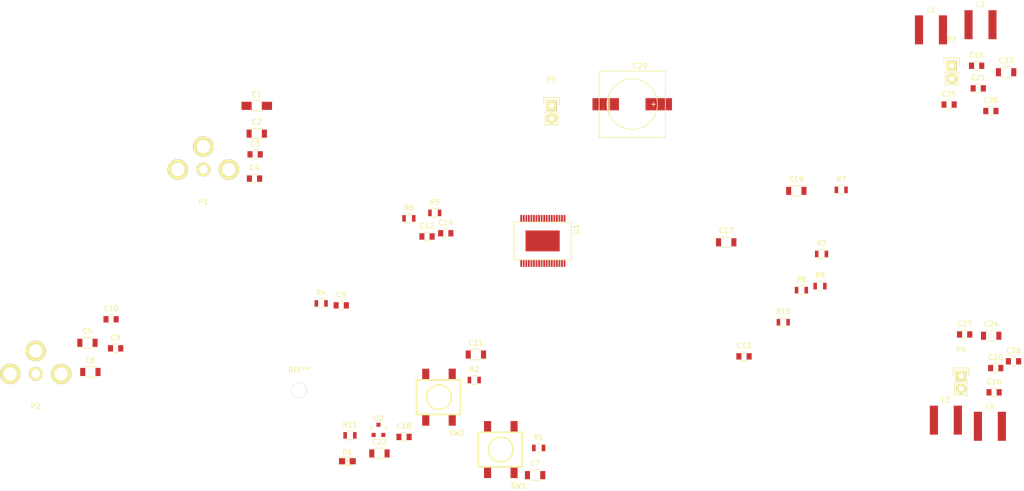
<source format=kicad_pcb>
(kicad_pcb (version 4) (host pcbnew 4.0.1-3.201512221402+6198~38~ubuntu14.04.1-stable)

  (general
    (links 113)
    (no_connects 113)
    (area -2.125001 -3.225 273.562881 166.4065)
    (thickness 1.6)
    (drawings 0)
    (tracks 0)
    (zones 0)
    (modules 55)
    (nets 40)
  )

  (page A4)
  (layers
    (0 F.Cu signal)
    (31 B.Cu signal)
    (32 B.Adhes user)
    (33 F.Adhes user)
    (34 B.Paste user)
    (35 F.Paste user)
    (36 B.SilkS user)
    (37 F.SilkS user)
    (38 B.Mask user)
    (39 F.Mask user)
    (40 Dwgs.User user)
    (41 Cmts.User user)
    (42 Eco1.User user)
    (43 Eco2.User user)
    (44 Edge.Cuts user)
    (45 Margin user)
    (46 B.CrtYd user)
    (47 F.CrtYd user)
    (48 B.Fab user)
    (49 F.Fab user)
  )

  (setup
    (last_trace_width 0.25)
    (trace_clearance 0.2)
    (zone_clearance 0.508)
    (zone_45_only no)
    (trace_min 0.2)
    (segment_width 0.2)
    (edge_width 0.15)
    (via_size 0.6)
    (via_drill 0.4)
    (via_min_size 0.4)
    (via_min_drill 0.3)
    (uvia_size 0.3)
    (uvia_drill 0.1)
    (uvias_allowed no)
    (uvia_min_size 0.2)
    (uvia_min_drill 0.1)
    (pcb_text_width 0.3)
    (pcb_text_size 1.5 1.5)
    (mod_edge_width 0.15)
    (mod_text_size 1 1)
    (mod_text_width 0.15)
    (pad_size 1.524 1.524)
    (pad_drill 0.762)
    (pad_to_mask_clearance 0.2)
    (aux_axis_origin 0 0)
    (visible_elements FFFFF77F)
    (pcbplotparams
      (layerselection 0x00030_80000001)
      (usegerberextensions false)
      (excludeedgelayer true)
      (linewidth 0.100000)
      (plotframeref false)
      (viasonmask false)
      (mode 1)
      (useauxorigin false)
      (hpglpennumber 1)
      (hpglpenspeed 20)
      (hpglpendiameter 15)
      (hpglpenoverlay 2)
      (psnegative false)
      (psa4output false)
      (plotreference true)
      (plotvalue true)
      (plotinvisibletext false)
      (padsonsilk false)
      (subtractmaskfromsilk false)
      (outputformat 1)
      (mirror false)
      (drillshape 1)
      (scaleselection 1)
      (outputdirectory ""))
  )

  (net 0 "")
  (net 1 "Net-(C1-Pad1)")
  (net 2 "Net-(C1-Pad2)")
  (net 3 "Net-(C2-Pad1)")
  (net 4 "Net-(C2-Pad2)")
  (net 5 OGND)
  (net 6 "Net-(C5-Pad1)")
  (net 7 "Net-(C5-Pad2)")
  (net 8 "Net-(C6-Pad1)")
  (net 9 "Net-(C10-Pad1)")
  (net 10 /STBY)
  (net 11 "Net-(C9-Pad2)")
  (net 12 /MUTE)
  (net 13 /VDDS)
  (net 14 SGND)
  (net 15 "Net-(C13-Pad1)")
  (net 16 "Net-(C13-Pad2)")
  (net 17 "Net-(C14-Pad1)")
  (net 18 "Net-(C14-Pad2)")
  (net 19 /VCC)
  (net 20 "Net-(C17-Pad1)")
  (net 21 "Net-(C19-Pad1)")
  (net 22 "Net-(C20-Pad1)")
  (net 23 "Net-(C20-Pad2)")
  (net 24 "Net-(C21-Pad1)")
  (net 25 "Net-(C21-Pad2)")
  (net 26 /3V3)
  (net 27 /OUTL-)
  (net 28 /OUTL+)
  (net 29 /OUTR-)
  (net 30 /OUTR+)
  (net 31 "Net-(L1-Pad2)")
  (net 32 "Net-(L3-Pad2)")
  (net 33 "Net-(R1-Pad1)")
  (net 34 "Net-(R2-Pad1)")
  (net 35 /SYNCLK)
  (net 36 /DIAG)
  (net 37 "Net-(R7-Pad2)")
  (net 38 "Net-(R8-Pad2)")
  (net 39 "Net-(D1-Pad1)")

  (net_class Default "This is the default net class."
    (clearance 0.2)
    (trace_width 0.25)
    (via_dia 0.6)
    (via_drill 0.4)
    (uvia_dia 0.3)
    (uvia_drill 0.1)
    (add_net /3V3)
    (add_net /DIAG)
    (add_net /MUTE)
    (add_net /OUTL+)
    (add_net /OUTL-)
    (add_net /OUTR+)
    (add_net /OUTR-)
    (add_net /STBY)
    (add_net /SYNCLK)
    (add_net /VCC)
    (add_net /VDDS)
    (add_net "Net-(C1-Pad1)")
    (add_net "Net-(C1-Pad2)")
    (add_net "Net-(C10-Pad1)")
    (add_net "Net-(C13-Pad1)")
    (add_net "Net-(C13-Pad2)")
    (add_net "Net-(C14-Pad1)")
    (add_net "Net-(C14-Pad2)")
    (add_net "Net-(C17-Pad1)")
    (add_net "Net-(C19-Pad1)")
    (add_net "Net-(C2-Pad1)")
    (add_net "Net-(C2-Pad2)")
    (add_net "Net-(C20-Pad1)")
    (add_net "Net-(C20-Pad2)")
    (add_net "Net-(C21-Pad1)")
    (add_net "Net-(C21-Pad2)")
    (add_net "Net-(C5-Pad1)")
    (add_net "Net-(C5-Pad2)")
    (add_net "Net-(C6-Pad1)")
    (add_net "Net-(C9-Pad2)")
    (add_net "Net-(D1-Pad1)")
    (add_net "Net-(L1-Pad2)")
    (add_net "Net-(L3-Pad2)")
    (add_net "Net-(R1-Pad1)")
    (add_net "Net-(R2-Pad1)")
    (add_net "Net-(R7-Pad2)")
    (add_net "Net-(R8-Pad2)")
    (add_net OGND)
    (add_net SGND)
  )

  (module Mounting_Holes:MountingHole_3mm (layer F.Cu) (tedit 0) (tstamp 56CA93BE)
    (at 131.191 146.4945)
    (descr "Mounting hole, Befestigungsbohrung, 3mm, No Annular, Kein Restring,")
    (tags "Mounting hole, Befestigungsbohrung, 3mm, No Annular, Kein Restring,")
    (fp_text reference REF** (at 0 -4.0005) (layer F.SilkS)
      (effects (font (size 1 1) (thickness 0.15)))
    )
    (fp_text value MountingHole_3mm (at 1.00076 5.00126) (layer F.Fab)
      (effects (font (size 1 1) (thickness 0.15)))
    )
    (fp_circle (center 0 0) (end 3 0) (layer Cmts.User) (width 0.381))
    (pad 1 thru_hole circle (at 0 0) (size 3 3) (drill 3) (layers))
  )

  (module Capacitors_SMD:C_1206_HandSoldering (layer F.Cu) (tedit 541A9C03) (tstamp 56CA96BE)
    (at 122.8725 90.6145)
    (descr "Capacitor SMD 1206, hand soldering")
    (tags "capacitor 1206")
    (path /56B79230)
    (attr smd)
    (fp_text reference C1 (at 0 -2.3) (layer F.SilkS)
      (effects (font (size 1 1) (thickness 0.15)))
    )
    (fp_text value 470N (at 0 2.3) (layer F.Fab)
      (effects (font (size 1 1) (thickness 0.15)))
    )
    (fp_line (start -3.3 -1.15) (end 3.3 -1.15) (layer F.CrtYd) (width 0.05))
    (fp_line (start -3.3 1.15) (end 3.3 1.15) (layer F.CrtYd) (width 0.05))
    (fp_line (start -3.3 -1.15) (end -3.3 1.15) (layer F.CrtYd) (width 0.05))
    (fp_line (start 3.3 -1.15) (end 3.3 1.15) (layer F.CrtYd) (width 0.05))
    (fp_line (start 1 -1.025) (end -1 -1.025) (layer F.SilkS) (width 0.15))
    (fp_line (start -1 1.025) (end 1 1.025) (layer F.SilkS) (width 0.15))
    (pad 1 smd rect (at -2 0) (size 2 1.6) (layers F.Cu F.Paste F.Mask)
      (net 1 "Net-(C1-Pad1)"))
    (pad 2 smd rect (at 2 0) (size 2 1.6) (layers F.Cu F.Paste F.Mask)
      (net 2 "Net-(C1-Pad2)"))
    (model Capacitors_SMD.3dshapes/C_1206_HandSoldering.wrl
      (at (xyz 0 0 0))
      (scale (xyz 1 1 1))
      (rotate (xyz 0 0 0))
    )
  )

  (module Capacitors_SMD:C_1206 (layer F.Cu) (tedit 5415D7BD) (tstamp 56CA96CA)
    (at 122.8725 96.0755)
    (descr "Capacitor SMD 1206, reflow soldering, AVX (see smccp.pdf)")
    (tags "capacitor 1206")
    (path /56B79376)
    (attr smd)
    (fp_text reference C2 (at 0 -2.3) (layer F.SilkS)
      (effects (font (size 1 1) (thickness 0.15)))
    )
    (fp_text value 470N (at 0 2.3) (layer F.Fab)
      (effects (font (size 1 1) (thickness 0.15)))
    )
    (fp_line (start -2.3 -1.15) (end 2.3 -1.15) (layer F.CrtYd) (width 0.05))
    (fp_line (start -2.3 1.15) (end 2.3 1.15) (layer F.CrtYd) (width 0.05))
    (fp_line (start -2.3 -1.15) (end -2.3 1.15) (layer F.CrtYd) (width 0.05))
    (fp_line (start 2.3 -1.15) (end 2.3 1.15) (layer F.CrtYd) (width 0.05))
    (fp_line (start 1 -1.025) (end -1 -1.025) (layer F.SilkS) (width 0.15))
    (fp_line (start -1 1.025) (end 1 1.025) (layer F.SilkS) (width 0.15))
    (pad 1 smd rect (at -1.5 0) (size 1 1.6) (layers F.Cu F.Paste F.Mask)
      (net 3 "Net-(C2-Pad1)"))
    (pad 2 smd rect (at 1.5 0) (size 1 1.6) (layers F.Cu F.Paste F.Mask)
      (net 4 "Net-(C2-Pad2)"))
    (model Capacitors_SMD.3dshapes/C_1206.wrl
      (at (xyz 0 0 0))
      (scale (xyz 1 1 1))
      (rotate (xyz 0 0 0))
    )
  )

  (module Capacitors_SMD:C_0805 (layer F.Cu) (tedit 5415D6EA) (tstamp 56CA96D6)
    (at 122.555 100.1395)
    (descr "Capacitor SMD 0805, reflow soldering, AVX (see smccp.pdf)")
    (tags "capacitor 0805")
    (path /56B2E3E6)
    (attr smd)
    (fp_text reference C3 (at 0 -2.1) (layer F.SilkS)
      (effects (font (size 1 1) (thickness 0.15)))
    )
    (fp_text value 1N (at 0 2.1) (layer F.Fab)
      (effects (font (size 1 1) (thickness 0.15)))
    )
    (fp_line (start -1.8 -1) (end 1.8 -1) (layer F.CrtYd) (width 0.05))
    (fp_line (start -1.8 1) (end 1.8 1) (layer F.CrtYd) (width 0.05))
    (fp_line (start -1.8 -1) (end -1.8 1) (layer F.CrtYd) (width 0.05))
    (fp_line (start 1.8 -1) (end 1.8 1) (layer F.CrtYd) (width 0.05))
    (fp_line (start 0.5 -0.85) (end -0.5 -0.85) (layer F.SilkS) (width 0.15))
    (fp_line (start -0.5 0.85) (end 0.5 0.85) (layer F.SilkS) (width 0.15))
    (pad 1 smd rect (at -1 0) (size 1 1.25) (layers F.Cu F.Paste F.Mask)
      (net 2 "Net-(C1-Pad2)"))
    (pad 2 smd rect (at 1 0) (size 1 1.25) (layers F.Cu F.Paste F.Mask)
      (net 5 OGND))
    (model Capacitors_SMD.3dshapes/C_0805.wrl
      (at (xyz 0 0 0))
      (scale (xyz 1 1 1))
      (rotate (xyz 0 0 0))
    )
  )

  (module Capacitors_SMD:C_0805 (layer F.Cu) (tedit 5415D6EA) (tstamp 56CA96E2)
    (at 122.428 104.902)
    (descr "Capacitor SMD 0805, reflow soldering, AVX (see smccp.pdf)")
    (tags "capacitor 0805")
    (path /56B2E429)
    (attr smd)
    (fp_text reference C4 (at 0 -2.1) (layer F.SilkS)
      (effects (font (size 1 1) (thickness 0.15)))
    )
    (fp_text value 1N (at 0 2.1) (layer F.Fab)
      (effects (font (size 1 1) (thickness 0.15)))
    )
    (fp_line (start -1.8 -1) (end 1.8 -1) (layer F.CrtYd) (width 0.05))
    (fp_line (start -1.8 1) (end 1.8 1) (layer F.CrtYd) (width 0.05))
    (fp_line (start -1.8 -1) (end -1.8 1) (layer F.CrtYd) (width 0.05))
    (fp_line (start 1.8 -1) (end 1.8 1) (layer F.CrtYd) (width 0.05))
    (fp_line (start 0.5 -0.85) (end -0.5 -0.85) (layer F.SilkS) (width 0.15))
    (fp_line (start -0.5 0.85) (end 0.5 0.85) (layer F.SilkS) (width 0.15))
    (pad 1 smd rect (at -1 0) (size 1 1.25) (layers F.Cu F.Paste F.Mask)
      (net 4 "Net-(C2-Pad2)"))
    (pad 2 smd rect (at 1 0) (size 1 1.25) (layers F.Cu F.Paste F.Mask)
      (net 5 OGND))
    (model Capacitors_SMD.3dshapes/C_0805.wrl
      (at (xyz 0 0 0))
      (scale (xyz 1 1 1))
      (rotate (xyz 0 0 0))
    )
  )

  (module Capacitors_SMD:C_1206 (layer F.Cu) (tedit 5415D7BD) (tstamp 56CA96EE)
    (at 89.662 137.16)
    (descr "Capacitor SMD 1206, reflow soldering, AVX (see smccp.pdf)")
    (tags "capacitor 1206")
    (path /56B79445)
    (attr smd)
    (fp_text reference C5 (at 0 -2.3) (layer F.SilkS)
      (effects (font (size 1 1) (thickness 0.15)))
    )
    (fp_text value 470N (at 0 2.3) (layer F.Fab)
      (effects (font (size 1 1) (thickness 0.15)))
    )
    (fp_line (start -2.3 -1.15) (end 2.3 -1.15) (layer F.CrtYd) (width 0.05))
    (fp_line (start -2.3 1.15) (end 2.3 1.15) (layer F.CrtYd) (width 0.05))
    (fp_line (start -2.3 -1.15) (end -2.3 1.15) (layer F.CrtYd) (width 0.05))
    (fp_line (start 2.3 -1.15) (end 2.3 1.15) (layer F.CrtYd) (width 0.05))
    (fp_line (start 1 -1.025) (end -1 -1.025) (layer F.SilkS) (width 0.15))
    (fp_line (start -1 1.025) (end 1 1.025) (layer F.SilkS) (width 0.15))
    (pad 1 smd rect (at -1.5 0) (size 1 1.6) (layers F.Cu F.Paste F.Mask)
      (net 6 "Net-(C5-Pad1)"))
    (pad 2 smd rect (at 1.5 0) (size 1 1.6) (layers F.Cu F.Paste F.Mask)
      (net 7 "Net-(C5-Pad2)"))
    (model Capacitors_SMD.3dshapes/C_1206.wrl
      (at (xyz 0 0 0))
      (scale (xyz 1 1 1))
      (rotate (xyz 0 0 0))
    )
  )

  (module Capacitors_SMD:C_1206 (layer F.Cu) (tedit 5415D7BD) (tstamp 56CA96FA)
    (at 90.2335 142.875)
    (descr "Capacitor SMD 1206, reflow soldering, AVX (see smccp.pdf)")
    (tags "capacitor 1206")
    (path /56B79537)
    (attr smd)
    (fp_text reference C6 (at 0 -2.3) (layer F.SilkS)
      (effects (font (size 1 1) (thickness 0.15)))
    )
    (fp_text value 470N (at 0 2.3) (layer F.Fab)
      (effects (font (size 1 1) (thickness 0.15)))
    )
    (fp_line (start -2.3 -1.15) (end 2.3 -1.15) (layer F.CrtYd) (width 0.05))
    (fp_line (start -2.3 1.15) (end 2.3 1.15) (layer F.CrtYd) (width 0.05))
    (fp_line (start -2.3 -1.15) (end -2.3 1.15) (layer F.CrtYd) (width 0.05))
    (fp_line (start 2.3 -1.15) (end 2.3 1.15) (layer F.CrtYd) (width 0.05))
    (fp_line (start 1 -1.025) (end -1 -1.025) (layer F.SilkS) (width 0.15))
    (fp_line (start -1 1.025) (end 1 1.025) (layer F.SilkS) (width 0.15))
    (pad 1 smd rect (at -1.5 0) (size 1 1.6) (layers F.Cu F.Paste F.Mask)
      (net 8 "Net-(C6-Pad1)"))
    (pad 2 smd rect (at 1.5 0) (size 1 1.6) (layers F.Cu F.Paste F.Mask)
      (net 9 "Net-(C10-Pad1)"))
    (model Capacitors_SMD.3dshapes/C_1206.wrl
      (at (xyz 0 0 0))
      (scale (xyz 1 1 1))
      (rotate (xyz 0 0 0))
    )
  )

  (module Capacitors_SMD:C_1206 (layer F.Cu) (tedit 5415D7BD) (tstamp 56CA9706)
    (at 177.4825 163.1315)
    (descr "Capacitor SMD 1206, reflow soldering, AVX (see smccp.pdf)")
    (tags "capacitor 1206")
    (path /56B781D6)
    (attr smd)
    (fp_text reference C7 (at 0 -2.3) (layer F.SilkS)
      (effects (font (size 1 1) (thickness 0.15)))
    )
    (fp_text value 2.2U (at 0 2.3) (layer F.Fab)
      (effects (font (size 1 1) (thickness 0.15)))
    )
    (fp_line (start -2.3 -1.15) (end 2.3 -1.15) (layer F.CrtYd) (width 0.05))
    (fp_line (start -2.3 1.15) (end 2.3 1.15) (layer F.CrtYd) (width 0.05))
    (fp_line (start -2.3 -1.15) (end -2.3 1.15) (layer F.CrtYd) (width 0.05))
    (fp_line (start 2.3 -1.15) (end 2.3 1.15) (layer F.CrtYd) (width 0.05))
    (fp_line (start 1 -1.025) (end -1 -1.025) (layer F.SilkS) (width 0.15))
    (fp_line (start -1 1.025) (end 1 1.025) (layer F.SilkS) (width 0.15))
    (pad 1 smd rect (at -1.5 0) (size 1 1.6) (layers F.Cu F.Paste F.Mask)
      (net 10 /STBY))
    (pad 2 smd rect (at 1.5 0) (size 1 1.6) (layers F.Cu F.Paste F.Mask)
      (net 5 OGND))
    (model Capacitors_SMD.3dshapes/C_1206.wrl
      (at (xyz 0 0 0))
      (scale (xyz 1 1 1))
      (rotate (xyz 0 0 0))
    )
  )

  (module Capacitors_SMD:C_0805 (layer F.Cu) (tedit 5415D6EA) (tstamp 56CA9712)
    (at 95.1865 138.2395)
    (descr "Capacitor SMD 0805, reflow soldering, AVX (see smccp.pdf)")
    (tags "capacitor 0805")
    (path /56B2FF4D)
    (attr smd)
    (fp_text reference C8 (at 0 -2.1) (layer F.SilkS)
      (effects (font (size 1 1) (thickness 0.15)))
    )
    (fp_text value 1N (at 0 2.1) (layer F.Fab)
      (effects (font (size 1 1) (thickness 0.15)))
    )
    (fp_line (start -1.8 -1) (end 1.8 -1) (layer F.CrtYd) (width 0.05))
    (fp_line (start -1.8 1) (end 1.8 1) (layer F.CrtYd) (width 0.05))
    (fp_line (start -1.8 -1) (end -1.8 1) (layer F.CrtYd) (width 0.05))
    (fp_line (start 1.8 -1) (end 1.8 1) (layer F.CrtYd) (width 0.05))
    (fp_line (start 0.5 -0.85) (end -0.5 -0.85) (layer F.SilkS) (width 0.15))
    (fp_line (start -0.5 0.85) (end 0.5 0.85) (layer F.SilkS) (width 0.15))
    (pad 1 smd rect (at -1 0) (size 1 1.25) (layers F.Cu F.Paste F.Mask)
      (net 7 "Net-(C5-Pad2)"))
    (pad 2 smd rect (at 1 0) (size 1 1.25) (layers F.Cu F.Paste F.Mask)
      (net 5 OGND))
    (model Capacitors_SMD.3dshapes/C_0805.wrl
      (at (xyz 0 0 0))
      (scale (xyz 1 1 1))
      (rotate (xyz 0 0 0))
    )
  )

  (module Capacitors_SMD:C_0805 (layer F.Cu) (tedit 5415D6EA) (tstamp 56CA971E)
    (at 139.446 129.794)
    (descr "Capacitor SMD 0805, reflow soldering, AVX (see smccp.pdf)")
    (tags "capacitor 0805")
    (path /56B2F0A8)
    (attr smd)
    (fp_text reference C9 (at 0 -2.1) (layer F.SilkS)
      (effects (font (size 1 1) (thickness 0.15)))
    )
    (fp_text value 100N (at 0 2.1) (layer F.Fab)
      (effects (font (size 1 1) (thickness 0.15)))
    )
    (fp_line (start -1.8 -1) (end 1.8 -1) (layer F.CrtYd) (width 0.05))
    (fp_line (start -1.8 1) (end 1.8 1) (layer F.CrtYd) (width 0.05))
    (fp_line (start -1.8 -1) (end -1.8 1) (layer F.CrtYd) (width 0.05))
    (fp_line (start 1.8 -1) (end 1.8 1) (layer F.CrtYd) (width 0.05))
    (fp_line (start 0.5 -0.85) (end -0.5 -0.85) (layer F.SilkS) (width 0.15))
    (fp_line (start -0.5 0.85) (end 0.5 0.85) (layer F.SilkS) (width 0.15))
    (pad 1 smd rect (at -1 0) (size 1 1.25) (layers F.Cu F.Paste F.Mask)
      (net 5 OGND))
    (pad 2 smd rect (at 1 0) (size 1 1.25) (layers F.Cu F.Paste F.Mask)
      (net 11 "Net-(C9-Pad2)"))
    (model Capacitors_SMD.3dshapes/C_0805.wrl
      (at (xyz 0 0 0))
      (scale (xyz 1 1 1))
      (rotate (xyz 0 0 0))
    )
  )

  (module Capacitors_SMD:C_0805 (layer F.Cu) (tedit 5415D6EA) (tstamp 56CA972A)
    (at 94.2975 132.5245)
    (descr "Capacitor SMD 0805, reflow soldering, AVX (see smccp.pdf)")
    (tags "capacitor 0805")
    (path /56B2FF53)
    (attr smd)
    (fp_text reference C10 (at 0 -2.1) (layer F.SilkS)
      (effects (font (size 1 1) (thickness 0.15)))
    )
    (fp_text value 1N (at 0 2.1) (layer F.Fab)
      (effects (font (size 1 1) (thickness 0.15)))
    )
    (fp_line (start -1.8 -1) (end 1.8 -1) (layer F.CrtYd) (width 0.05))
    (fp_line (start -1.8 1) (end 1.8 1) (layer F.CrtYd) (width 0.05))
    (fp_line (start -1.8 -1) (end -1.8 1) (layer F.CrtYd) (width 0.05))
    (fp_line (start 1.8 -1) (end 1.8 1) (layer F.CrtYd) (width 0.05))
    (fp_line (start 0.5 -0.85) (end -0.5 -0.85) (layer F.SilkS) (width 0.15))
    (fp_line (start -0.5 0.85) (end 0.5 0.85) (layer F.SilkS) (width 0.15))
    (pad 1 smd rect (at -1 0) (size 1 1.25) (layers F.Cu F.Paste F.Mask)
      (net 9 "Net-(C10-Pad1)"))
    (pad 2 smd rect (at 1 0) (size 1 1.25) (layers F.Cu F.Paste F.Mask)
      (net 5 OGND))
    (model Capacitors_SMD.3dshapes/C_0805.wrl
      (at (xyz 0 0 0))
      (scale (xyz 1 1 1))
      (rotate (xyz 0 0 0))
    )
  )

  (module Capacitors_SMD:C_1206 (layer F.Cu) (tedit 5415D7BD) (tstamp 56CA9736)
    (at 165.862 139.446)
    (descr "Capacitor SMD 1206, reflow soldering, AVX (see smccp.pdf)")
    (tags "capacitor 1206")
    (path /56B780E2)
    (attr smd)
    (fp_text reference C11 (at 0 -2.3) (layer F.SilkS)
      (effects (font (size 1 1) (thickness 0.15)))
    )
    (fp_text value 2.2U (at 0 2.3) (layer F.Fab)
      (effects (font (size 1 1) (thickness 0.15)))
    )
    (fp_line (start -2.3 -1.15) (end 2.3 -1.15) (layer F.CrtYd) (width 0.05))
    (fp_line (start -2.3 1.15) (end 2.3 1.15) (layer F.CrtYd) (width 0.05))
    (fp_line (start -2.3 -1.15) (end -2.3 1.15) (layer F.CrtYd) (width 0.05))
    (fp_line (start 2.3 -1.15) (end 2.3 1.15) (layer F.CrtYd) (width 0.05))
    (fp_line (start 1 -1.025) (end -1 -1.025) (layer F.SilkS) (width 0.15))
    (fp_line (start -1 1.025) (end 1 1.025) (layer F.SilkS) (width 0.15))
    (pad 1 smd rect (at -1.5 0) (size 1 1.6) (layers F.Cu F.Paste F.Mask)
      (net 12 /MUTE))
    (pad 2 smd rect (at 1.5 0) (size 1 1.6) (layers F.Cu F.Paste F.Mask)
      (net 5 OGND))
    (model Capacitors_SMD.3dshapes/C_1206.wrl
      (at (xyz 0 0 0))
      (scale (xyz 1 1 1))
      (rotate (xyz 0 0 0))
    )
  )

  (module Capacitors_SMD:C_0805 (layer F.Cu) (tedit 5415D6EA) (tstamp 56CA9742)
    (at 156.2735 116.2685)
    (descr "Capacitor SMD 0805, reflow soldering, AVX (see smccp.pdf)")
    (tags "capacitor 0805")
    (path /56B2EA2E)
    (attr smd)
    (fp_text reference C12 (at 0 -2.1) (layer F.SilkS)
      (effects (font (size 1 1) (thickness 0.15)))
    )
    (fp_text value 100N (at 0 2.1) (layer F.Fab)
      (effects (font (size 1 1) (thickness 0.15)))
    )
    (fp_line (start -1.8 -1) (end 1.8 -1) (layer F.CrtYd) (width 0.05))
    (fp_line (start -1.8 1) (end 1.8 1) (layer F.CrtYd) (width 0.05))
    (fp_line (start -1.8 -1) (end -1.8 1) (layer F.CrtYd) (width 0.05))
    (fp_line (start 1.8 -1) (end 1.8 1) (layer F.CrtYd) (width 0.05))
    (fp_line (start 0.5 -0.85) (end -0.5 -0.85) (layer F.SilkS) (width 0.15))
    (fp_line (start -0.5 0.85) (end 0.5 0.85) (layer F.SilkS) (width 0.15))
    (pad 1 smd rect (at -1 0) (size 1 1.25) (layers F.Cu F.Paste F.Mask)
      (net 13 /VDDS))
    (pad 2 smd rect (at 1 0) (size 1 1.25) (layers F.Cu F.Paste F.Mask)
      (net 14 SGND))
    (model Capacitors_SMD.3dshapes/C_0805.wrl
      (at (xyz 0 0 0))
      (scale (xyz 1 1 1))
      (rotate (xyz 0 0 0))
    )
  )

  (module Capacitors_SMD:C_0805 (layer F.Cu) (tedit 5415D6EA) (tstamp 56CA974E)
    (at 218.464381 139.811)
    (descr "Capacitor SMD 0805, reflow soldering, AVX (see smccp.pdf)")
    (tags "capacitor 0805")
    (path /56B2F6BE)
    (attr smd)
    (fp_text reference C13 (at 0 -2.1) (layer F.SilkS)
      (effects (font (size 1 1) (thickness 0.15)))
    )
    (fp_text value 100N (at 0 2.1) (layer F.Fab)
      (effects (font (size 1 1) (thickness 0.15)))
    )
    (fp_line (start -1.8 -1) (end 1.8 -1) (layer F.CrtYd) (width 0.05))
    (fp_line (start -1.8 1) (end 1.8 1) (layer F.CrtYd) (width 0.05))
    (fp_line (start -1.8 -1) (end -1.8 1) (layer F.CrtYd) (width 0.05))
    (fp_line (start 1.8 -1) (end 1.8 1) (layer F.CrtYd) (width 0.05))
    (fp_line (start 0.5 -0.85) (end -0.5 -0.85) (layer F.SilkS) (width 0.15))
    (fp_line (start -0.5 0.85) (end 0.5 0.85) (layer F.SilkS) (width 0.15))
    (pad 1 smd rect (at -1 0) (size 1 1.25) (layers F.Cu F.Paste F.Mask)
      (net 15 "Net-(C13-Pad1)"))
    (pad 2 smd rect (at 1 0) (size 1 1.25) (layers F.Cu F.Paste F.Mask)
      (net 16 "Net-(C13-Pad2)"))
    (model Capacitors_SMD.3dshapes/C_0805.wrl
      (at (xyz 0 0 0))
      (scale (xyz 1 1 1))
      (rotate (xyz 0 0 0))
    )
  )

  (module Capacitors_SMD:C_0805 (layer F.Cu) (tedit 5415D6EA) (tstamp 56CA975A)
    (at 159.9565 115.6335)
    (descr "Capacitor SMD 0805, reflow soldering, AVX (see smccp.pdf)")
    (tags "capacitor 0805")
    (path /56B2EDD4)
    (attr smd)
    (fp_text reference C14 (at 0 -2.1) (layer F.SilkS)
      (effects (font (size 1 1) (thickness 0.15)))
    )
    (fp_text value 100N (at 0 2.1) (layer F.Fab)
      (effects (font (size 1 1) (thickness 0.15)))
    )
    (fp_line (start -1.8 -1) (end 1.8 -1) (layer F.CrtYd) (width 0.05))
    (fp_line (start -1.8 1) (end 1.8 1) (layer F.CrtYd) (width 0.05))
    (fp_line (start -1.8 -1) (end -1.8 1) (layer F.CrtYd) (width 0.05))
    (fp_line (start 1.8 -1) (end 1.8 1) (layer F.CrtYd) (width 0.05))
    (fp_line (start 0.5 -0.85) (end -0.5 -0.85) (layer F.SilkS) (width 0.15))
    (fp_line (start -0.5 0.85) (end 0.5 0.85) (layer F.SilkS) (width 0.15))
    (pad 1 smd rect (at -1 0) (size 1 1.25) (layers F.Cu F.Paste F.Mask)
      (net 17 "Net-(C14-Pad1)"))
    (pad 2 smd rect (at 1 0) (size 1 1.25) (layers F.Cu F.Paste F.Mask)
      (net 18 "Net-(C14-Pad2)"))
    (model Capacitors_SMD.3dshapes/C_0805.wrl
      (at (xyz 0 0 0))
      (scale (xyz 1 1 1))
      (rotate (xyz 0 0 0))
    )
  )

  (module Capacitors_SMD:C_0805 (layer F.Cu) (tedit 5415D6EA) (tstamp 56CA9766)
    (at 264.0965 82.7405)
    (descr "Capacitor SMD 0805, reflow soldering, AVX (see smccp.pdf)")
    (tags "capacitor 0805")
    (path /56B36672)
    (attr smd)
    (fp_text reference C15 (at 0 -2.1) (layer F.SilkS)
      (effects (font (size 1 1) (thickness 0.15)))
    )
    (fp_text value 100N (at 0 2.1) (layer F.Fab)
      (effects (font (size 1 1) (thickness 0.15)))
    )
    (fp_line (start -1.8 -1) (end 1.8 -1) (layer F.CrtYd) (width 0.05))
    (fp_line (start -1.8 1) (end 1.8 1) (layer F.CrtYd) (width 0.05))
    (fp_line (start -1.8 -1) (end -1.8 1) (layer F.CrtYd) (width 0.05))
    (fp_line (start 1.8 -1) (end 1.8 1) (layer F.CrtYd) (width 0.05))
    (fp_line (start 0.5 -0.85) (end -0.5 -0.85) (layer F.SilkS) (width 0.15))
    (fp_line (start -0.5 0.85) (end 0.5 0.85) (layer F.SilkS) (width 0.15))
    (pad 1 smd rect (at -1 0) (size 1 1.25) (layers F.Cu F.Paste F.Mask)
      (net 5 OGND))
    (pad 2 smd rect (at 1 0) (size 1 1.25) (layers F.Cu F.Paste F.Mask)
      (net 19 /VCC))
    (model Capacitors_SMD.3dshapes/C_0805.wrl
      (at (xyz 0 0 0))
      (scale (xyz 1 1 1))
      (rotate (xyz 0 0 0))
    )
  )

  (module Capacitors_SMD:C_0805 (layer F.Cu) (tedit 5415D6EA) (tstamp 56CA9772)
    (at 267.5255 146.8755)
    (descr "Capacitor SMD 0805, reflow soldering, AVX (see smccp.pdf)")
    (tags "capacitor 0805")
    (path /56B347E6)
    (attr smd)
    (fp_text reference C16 (at 0 -2.1) (layer F.SilkS)
      (effects (font (size 1 1) (thickness 0.15)))
    )
    (fp_text value 100N (at 0 2.1) (layer F.Fab)
      (effects (font (size 1 1) (thickness 0.15)))
    )
    (fp_line (start -1.8 -1) (end 1.8 -1) (layer F.CrtYd) (width 0.05))
    (fp_line (start -1.8 1) (end 1.8 1) (layer F.CrtYd) (width 0.05))
    (fp_line (start -1.8 -1) (end -1.8 1) (layer F.CrtYd) (width 0.05))
    (fp_line (start 1.8 -1) (end 1.8 1) (layer F.CrtYd) (width 0.05))
    (fp_line (start 0.5 -0.85) (end -0.5 -0.85) (layer F.SilkS) (width 0.15))
    (fp_line (start -0.5 0.85) (end 0.5 0.85) (layer F.SilkS) (width 0.15))
    (pad 1 smd rect (at -1 0) (size 1 1.25) (layers F.Cu F.Paste F.Mask)
      (net 19 /VCC))
    (pad 2 smd rect (at 1 0) (size 1 1.25) (layers F.Cu F.Paste F.Mask)
      (net 5 OGND))
    (model Capacitors_SMD.3dshapes/C_0805.wrl
      (at (xyz 0 0 0))
      (scale (xyz 1 1 1))
      (rotate (xyz 0 0 0))
    )
  )

  (module Capacitors_SMD:C_1206 (layer F.Cu) (tedit 5415D7BD) (tstamp 56CA977E)
    (at 214.972001 117.411)
    (descr "Capacitor SMD 1206, reflow soldering, AVX (see smccp.pdf)")
    (tags "capacitor 1206")
    (path /56B74E8E)
    (attr smd)
    (fp_text reference C17 (at 0 -2.3) (layer F.SilkS)
      (effects (font (size 1 1) (thickness 0.15)))
    )
    (fp_text value 2.2U (at 0 2.3) (layer F.Fab)
      (effects (font (size 1 1) (thickness 0.15)))
    )
    (fp_line (start -2.3 -1.15) (end 2.3 -1.15) (layer F.CrtYd) (width 0.05))
    (fp_line (start -2.3 1.15) (end 2.3 1.15) (layer F.CrtYd) (width 0.05))
    (fp_line (start -2.3 -1.15) (end -2.3 1.15) (layer F.CrtYd) (width 0.05))
    (fp_line (start 2.3 -1.15) (end 2.3 1.15) (layer F.CrtYd) (width 0.05))
    (fp_line (start 1 -1.025) (end -1 -1.025) (layer F.SilkS) (width 0.15))
    (fp_line (start -1 1.025) (end 1 1.025) (layer F.SilkS) (width 0.15))
    (pad 1 smd rect (at -1.5 0) (size 1 1.6) (layers F.Cu F.Paste F.Mask)
      (net 20 "Net-(C17-Pad1)"))
    (pad 2 smd rect (at 1.5 0) (size 1 1.6) (layers F.Cu F.Paste F.Mask)
      (net 14 SGND))
    (model Capacitors_SMD.3dshapes/C_1206.wrl
      (at (xyz 0 0 0))
      (scale (xyz 1 1 1))
      (rotate (xyz 0 0 0))
    )
  )

  (module Capacitors_SMD:C_0805 (layer F.Cu) (tedit 5415D6EA) (tstamp 56CA978A)
    (at 151.765 155.6385)
    (descr "Capacitor SMD 0805, reflow soldering, AVX (see smccp.pdf)")
    (tags "capacitor 0805")
    (path /56B48CE9)
    (attr smd)
    (fp_text reference C18 (at 0 -2.1) (layer F.SilkS)
      (effects (font (size 1 1) (thickness 0.15)))
    )
    (fp_text value 100N (at 0 2.1) (layer F.Fab)
      (effects (font (size 1 1) (thickness 0.15)))
    )
    (fp_line (start -1.8 -1) (end 1.8 -1) (layer F.CrtYd) (width 0.05))
    (fp_line (start -1.8 1) (end 1.8 1) (layer F.CrtYd) (width 0.05))
    (fp_line (start -1.8 -1) (end -1.8 1) (layer F.CrtYd) (width 0.05))
    (fp_line (start 1.8 -1) (end 1.8 1) (layer F.CrtYd) (width 0.05))
    (fp_line (start 0.5 -0.85) (end -0.5 -0.85) (layer F.SilkS) (width 0.15))
    (fp_line (start -0.5 0.85) (end 0.5 0.85) (layer F.SilkS) (width 0.15))
    (pad 1 smd rect (at -1 0) (size 1 1.25) (layers F.Cu F.Paste F.Mask)
      (net 5 OGND))
    (pad 2 smd rect (at 1 0) (size 1 1.25) (layers F.Cu F.Paste F.Mask)
      (net 19 /VCC))
    (model Capacitors_SMD.3dshapes/C_0805.wrl
      (at (xyz 0 0 0))
      (scale (xyz 1 1 1))
      (rotate (xyz 0 0 0))
    )
  )

  (module Capacitors_SMD:C_1206 (layer F.Cu) (tedit 5415D7BD) (tstamp 56CA9796)
    (at 228.722001 107.311)
    (descr "Capacitor SMD 1206, reflow soldering, AVX (see smccp.pdf)")
    (tags "capacitor 1206")
    (path /56B7801B)
    (attr smd)
    (fp_text reference C19 (at 0 -2.3) (layer F.SilkS)
      (effects (font (size 1 1) (thickness 0.15)))
    )
    (fp_text value 2.2U (at 0 2.3) (layer F.Fab)
      (effects (font (size 1 1) (thickness 0.15)))
    )
    (fp_line (start -2.3 -1.15) (end 2.3 -1.15) (layer F.CrtYd) (width 0.05))
    (fp_line (start -2.3 1.15) (end 2.3 1.15) (layer F.CrtYd) (width 0.05))
    (fp_line (start -2.3 -1.15) (end -2.3 1.15) (layer F.CrtYd) (width 0.05))
    (fp_line (start 2.3 -1.15) (end 2.3 1.15) (layer F.CrtYd) (width 0.05))
    (fp_line (start 1 -1.025) (end -1 -1.025) (layer F.SilkS) (width 0.15))
    (fp_line (start -1 1.025) (end 1 1.025) (layer F.SilkS) (width 0.15))
    (pad 1 smd rect (at -1.5 0) (size 1 1.6) (layers F.Cu F.Paste F.Mask)
      (net 21 "Net-(C19-Pad1)"))
    (pad 2 smd rect (at 1.5 0) (size 1 1.6) (layers F.Cu F.Paste F.Mask)
      (net 5 OGND))
    (model Capacitors_SMD.3dshapes/C_1206.wrl
      (at (xyz 0 0 0))
      (scale (xyz 1 1 1))
      (rotate (xyz 0 0 0))
    )
  )

  (module Capacitors_SMD:C_0805 (layer F.Cu) (tedit 5415D6EA) (tstamp 56CA97A2)
    (at 267.843 142.113)
    (descr "Capacitor SMD 0805, reflow soldering, AVX (see smccp.pdf)")
    (tags "capacitor 0805")
    (path /56B3BB7F)
    (attr smd)
    (fp_text reference C20 (at 0 -2.1) (layer F.SilkS)
      (effects (font (size 1 1) (thickness 0.15)))
    )
    (fp_text value 330P (at 0 2.1) (layer F.Fab)
      (effects (font (size 1 1) (thickness 0.15)))
    )
    (fp_line (start -1.8 -1) (end 1.8 -1) (layer F.CrtYd) (width 0.05))
    (fp_line (start -1.8 1) (end 1.8 1) (layer F.CrtYd) (width 0.05))
    (fp_line (start -1.8 -1) (end -1.8 1) (layer F.CrtYd) (width 0.05))
    (fp_line (start 1.8 -1) (end 1.8 1) (layer F.CrtYd) (width 0.05))
    (fp_line (start 0.5 -0.85) (end -0.5 -0.85) (layer F.SilkS) (width 0.15))
    (fp_line (start -0.5 0.85) (end 0.5 0.85) (layer F.SilkS) (width 0.15))
    (pad 1 smd rect (at -1 0) (size 1 1.25) (layers F.Cu F.Paste F.Mask)
      (net 22 "Net-(C20-Pad1)"))
    (pad 2 smd rect (at 1 0) (size 1 1.25) (layers F.Cu F.Paste F.Mask)
      (net 23 "Net-(C20-Pad2)"))
    (model Capacitors_SMD.3dshapes/C_0805.wrl
      (at (xyz 0 0 0))
      (scale (xyz 1 1 1))
      (rotate (xyz 0 0 0))
    )
  )

  (module Capacitors_SMD:C_0805 (layer F.Cu) (tedit 5415D6EA) (tstamp 56CA97AE)
    (at 264.414 87.1855)
    (descr "Capacitor SMD 0805, reflow soldering, AVX (see smccp.pdf)")
    (tags "capacitor 0805")
    (path /56B39245)
    (attr smd)
    (fp_text reference C21 (at 0 -2.1) (layer F.SilkS)
      (effects (font (size 1 1) (thickness 0.15)))
    )
    (fp_text value 330P (at 0 2.1) (layer F.Fab)
      (effects (font (size 1 1) (thickness 0.15)))
    )
    (fp_line (start -1.8 -1) (end 1.8 -1) (layer F.CrtYd) (width 0.05))
    (fp_line (start -1.8 1) (end 1.8 1) (layer F.CrtYd) (width 0.05))
    (fp_line (start -1.8 -1) (end -1.8 1) (layer F.CrtYd) (width 0.05))
    (fp_line (start 1.8 -1) (end 1.8 1) (layer F.CrtYd) (width 0.05))
    (fp_line (start 0.5 -0.85) (end -0.5 -0.85) (layer F.SilkS) (width 0.15))
    (fp_line (start -0.5 0.85) (end 0.5 0.85) (layer F.SilkS) (width 0.15))
    (pad 1 smd rect (at -1 0) (size 1 1.25) (layers F.Cu F.Paste F.Mask)
      (net 24 "Net-(C21-Pad1)"))
    (pad 2 smd rect (at 1 0) (size 1 1.25) (layers F.Cu F.Paste F.Mask)
      (net 25 "Net-(C21-Pad2)"))
    (model Capacitors_SMD.3dshapes/C_0805.wrl
      (at (xyz 0 0 0))
      (scale (xyz 1 1 1))
      (rotate (xyz 0 0 0))
    )
  )

  (module Capacitors_SMD:C_1206 (layer F.Cu) (tedit 5415D7BD) (tstamp 56CA97BA)
    (at 146.939 158.877)
    (descr "Capacitor SMD 1206, reflow soldering, AVX (see smccp.pdf)")
    (tags "capacitor 1206")
    (path /56B496E8)
    (attr smd)
    (fp_text reference C22 (at 0 -2.3) (layer F.SilkS)
      (effects (font (size 1 1) (thickness 0.15)))
    )
    (fp_text value 2.2U (at 0 2.3) (layer F.Fab)
      (effects (font (size 1 1) (thickness 0.15)))
    )
    (fp_line (start -2.3 -1.15) (end 2.3 -1.15) (layer F.CrtYd) (width 0.05))
    (fp_line (start -2.3 1.15) (end 2.3 1.15) (layer F.CrtYd) (width 0.05))
    (fp_line (start -2.3 -1.15) (end -2.3 1.15) (layer F.CrtYd) (width 0.05))
    (fp_line (start 2.3 -1.15) (end 2.3 1.15) (layer F.CrtYd) (width 0.05))
    (fp_line (start 1 -1.025) (end -1 -1.025) (layer F.SilkS) (width 0.15))
    (fp_line (start -1 1.025) (end 1 1.025) (layer F.SilkS) (width 0.15))
    (pad 1 smd rect (at -1.5 0) (size 1 1.6) (layers F.Cu F.Paste F.Mask)
      (net 5 OGND))
    (pad 2 smd rect (at 1.5 0) (size 1 1.6) (layers F.Cu F.Paste F.Mask)
      (net 26 /3V3))
    (model Capacitors_SMD.3dshapes/C_1206.wrl
      (at (xyz 0 0 0))
      (scale (xyz 1 1 1))
      (rotate (xyz 0 0 0))
    )
  )

  (module Capacitors_SMD:C_1206 (layer F.Cu) (tedit 5415D7BD) (tstamp 56CA97C6)
    (at 269.875 84.0105)
    (descr "Capacitor SMD 1206, reflow soldering, AVX (see smccp.pdf)")
    (tags "capacitor 1206")
    (path /56B3A456)
    (attr smd)
    (fp_text reference C23 (at 0 -2.3) (layer F.SilkS)
      (effects (font (size 1 1) (thickness 0.15)))
    )
    (fp_text value 470N (at 0 2.3) (layer F.Fab)
      (effects (font (size 1 1) (thickness 0.15)))
    )
    (fp_line (start -2.3 -1.15) (end 2.3 -1.15) (layer F.CrtYd) (width 0.05))
    (fp_line (start -2.3 1.15) (end 2.3 1.15) (layer F.CrtYd) (width 0.05))
    (fp_line (start -2.3 -1.15) (end -2.3 1.15) (layer F.CrtYd) (width 0.05))
    (fp_line (start 2.3 -1.15) (end 2.3 1.15) (layer F.CrtYd) (width 0.05))
    (fp_line (start 1 -1.025) (end -1 -1.025) (layer F.SilkS) (width 0.15))
    (fp_line (start -1 1.025) (end 1 1.025) (layer F.SilkS) (width 0.15))
    (pad 1 smd rect (at -1.5 0) (size 1 1.6) (layers F.Cu F.Paste F.Mask)
      (net 27 /OUTL-))
    (pad 2 smd rect (at 1.5 0) (size 1 1.6) (layers F.Cu F.Paste F.Mask)
      (net 28 /OUTL+))
    (model Capacitors_SMD.3dshapes/C_1206.wrl
      (at (xyz 0 0 0))
      (scale (xyz 1 1 1))
      (rotate (xyz 0 0 0))
    )
  )

  (module Capacitors_SMD:C_1206 (layer F.Cu) (tedit 5415D7BD) (tstamp 56CA97D2)
    (at 266.954 135.763)
    (descr "Capacitor SMD 1206, reflow soldering, AVX (see smccp.pdf)")
    (tags "capacitor 1206")
    (path /56B77185)
    (attr smd)
    (fp_text reference C24 (at 0 -2.3) (layer F.SilkS)
      (effects (font (size 1 1) (thickness 0.15)))
    )
    (fp_text value 470N (at 0 2.3) (layer F.Fab)
      (effects (font (size 1 1) (thickness 0.15)))
    )
    (fp_line (start -2.3 -1.15) (end 2.3 -1.15) (layer F.CrtYd) (width 0.05))
    (fp_line (start -2.3 1.15) (end 2.3 1.15) (layer F.CrtYd) (width 0.05))
    (fp_line (start -2.3 -1.15) (end -2.3 1.15) (layer F.CrtYd) (width 0.05))
    (fp_line (start 2.3 -1.15) (end 2.3 1.15) (layer F.CrtYd) (width 0.05))
    (fp_line (start 1 -1.025) (end -1 -1.025) (layer F.SilkS) (width 0.15))
    (fp_line (start -1 1.025) (end 1 1.025) (layer F.SilkS) (width 0.15))
    (pad 1 smd rect (at -1.5 0) (size 1 1.6) (layers F.Cu F.Paste F.Mask)
      (net 29 /OUTR-))
    (pad 2 smd rect (at 1.5 0) (size 1 1.6) (layers F.Cu F.Paste F.Mask)
      (net 30 /OUTR+))
    (model Capacitors_SMD.3dshapes/C_1206.wrl
      (at (xyz 0 0 0))
      (scale (xyz 1 1 1))
      (rotate (xyz 0 0 0))
    )
  )

  (module Capacitors_SMD:C_0805 (layer F.Cu) (tedit 5415D6EA) (tstamp 56CA97DE)
    (at 258.699 90.3605)
    (descr "Capacitor SMD 0805, reflow soldering, AVX (see smccp.pdf)")
    (tags "capacitor 0805")
    (path /56B3A751)
    (attr smd)
    (fp_text reference C25 (at 0 -2.1) (layer F.SilkS)
      (effects (font (size 1 1) (thickness 0.15)))
    )
    (fp_text value 100N (at 0 2.1) (layer F.Fab)
      (effects (font (size 1 1) (thickness 0.15)))
    )
    (fp_line (start -1.8 -1) (end 1.8 -1) (layer F.CrtYd) (width 0.05))
    (fp_line (start -1.8 1) (end 1.8 1) (layer F.CrtYd) (width 0.05))
    (fp_line (start -1.8 -1) (end -1.8 1) (layer F.CrtYd) (width 0.05))
    (fp_line (start 1.8 -1) (end 1.8 1) (layer F.CrtYd) (width 0.05))
    (fp_line (start 0.5 -0.85) (end -0.5 -0.85) (layer F.SilkS) (width 0.15))
    (fp_line (start -0.5 0.85) (end 0.5 0.85) (layer F.SilkS) (width 0.15))
    (pad 1 smd rect (at -1 0) (size 1 1.25) (layers F.Cu F.Paste F.Mask)
      (net 28 /OUTL+))
    (pad 2 smd rect (at 1 0) (size 1 1.25) (layers F.Cu F.Paste F.Mask)
      (net 5 OGND))
    (model Capacitors_SMD.3dshapes/C_0805.wrl
      (at (xyz 0 0 0))
      (scale (xyz 1 1 1))
      (rotate (xyz 0 0 0))
    )
  )

  (module Capacitors_SMD:C_0805 (layer F.Cu) (tedit 5415D6EA) (tstamp 56CA97EA)
    (at 266.8905 91.6305)
    (descr "Capacitor SMD 0805, reflow soldering, AVX (see smccp.pdf)")
    (tags "capacitor 0805")
    (path /56B3A9AA)
    (attr smd)
    (fp_text reference C26 (at 0 -2.1) (layer F.SilkS)
      (effects (font (size 1 1) (thickness 0.15)))
    )
    (fp_text value 100N (at 0 2.1) (layer F.Fab)
      (effects (font (size 1 1) (thickness 0.15)))
    )
    (fp_line (start -1.8 -1) (end 1.8 -1) (layer F.CrtYd) (width 0.05))
    (fp_line (start -1.8 1) (end 1.8 1) (layer F.CrtYd) (width 0.05))
    (fp_line (start -1.8 -1) (end -1.8 1) (layer F.CrtYd) (width 0.05))
    (fp_line (start 1.8 -1) (end 1.8 1) (layer F.CrtYd) (width 0.05))
    (fp_line (start 0.5 -0.85) (end -0.5 -0.85) (layer F.SilkS) (width 0.15))
    (fp_line (start -0.5 0.85) (end 0.5 0.85) (layer F.SilkS) (width 0.15))
    (pad 1 smd rect (at -1 0) (size 1 1.25) (layers F.Cu F.Paste F.Mask)
      (net 5 OGND))
    (pad 2 smd rect (at 1 0) (size 1 1.25) (layers F.Cu F.Paste F.Mask)
      (net 27 /OUTL-))
    (model Capacitors_SMD.3dshapes/C_0805.wrl
      (at (xyz 0 0 0))
      (scale (xyz 1 1 1))
      (rotate (xyz 0 0 0))
    )
  )

  (module Capacitors_SMD:C_0805 (layer F.Cu) (tedit 5415D6EA) (tstamp 56CA97F6)
    (at 261.747 135.509)
    (descr "Capacitor SMD 0805, reflow soldering, AVX (see smccp.pdf)")
    (tags "capacitor 0805")
    (path /56B3BB9D)
    (attr smd)
    (fp_text reference C27 (at 0 -2.1) (layer F.SilkS)
      (effects (font (size 1 1) (thickness 0.15)))
    )
    (fp_text value 100N (at 0 2.1) (layer F.Fab)
      (effects (font (size 1 1) (thickness 0.15)))
    )
    (fp_line (start -1.8 -1) (end 1.8 -1) (layer F.CrtYd) (width 0.05))
    (fp_line (start -1.8 1) (end 1.8 1) (layer F.CrtYd) (width 0.05))
    (fp_line (start -1.8 -1) (end -1.8 1) (layer F.CrtYd) (width 0.05))
    (fp_line (start 1.8 -1) (end 1.8 1) (layer F.CrtYd) (width 0.05))
    (fp_line (start 0.5 -0.85) (end -0.5 -0.85) (layer F.SilkS) (width 0.15))
    (fp_line (start -0.5 0.85) (end 0.5 0.85) (layer F.SilkS) (width 0.15))
    (pad 1 smd rect (at -1 0) (size 1 1.25) (layers F.Cu F.Paste F.Mask)
      (net 30 /OUTR+))
    (pad 2 smd rect (at 1 0) (size 1 1.25) (layers F.Cu F.Paste F.Mask)
      (net 5 OGND))
    (model Capacitors_SMD.3dshapes/C_0805.wrl
      (at (xyz 0 0 0))
      (scale (xyz 1 1 1))
      (rotate (xyz 0 0 0))
    )
  )

  (module Capacitors_SMD:C_0805 (layer F.Cu) (tedit 5415D6EA) (tstamp 56CA9802)
    (at 271.3355 140.7795)
    (descr "Capacitor SMD 0805, reflow soldering, AVX (see smccp.pdf)")
    (tags "capacitor 0805")
    (path /56B3BBA6)
    (attr smd)
    (fp_text reference C28 (at 0 -2.1) (layer F.SilkS)
      (effects (font (size 1 1) (thickness 0.15)))
    )
    (fp_text value 100N (at 0 2.1) (layer F.Fab)
      (effects (font (size 1 1) (thickness 0.15)))
    )
    (fp_line (start -1.8 -1) (end 1.8 -1) (layer F.CrtYd) (width 0.05))
    (fp_line (start -1.8 1) (end 1.8 1) (layer F.CrtYd) (width 0.05))
    (fp_line (start -1.8 -1) (end -1.8 1) (layer F.CrtYd) (width 0.05))
    (fp_line (start 1.8 -1) (end 1.8 1) (layer F.CrtYd) (width 0.05))
    (fp_line (start 0.5 -0.85) (end -0.5 -0.85) (layer F.SilkS) (width 0.15))
    (fp_line (start -0.5 0.85) (end 0.5 0.85) (layer F.SilkS) (width 0.15))
    (pad 1 smd rect (at -1 0) (size 1 1.25) (layers F.Cu F.Paste F.Mask)
      (net 5 OGND))
    (pad 2 smd rect (at 1 0) (size 1 1.25) (layers F.Cu F.Paste F.Mask)
      (net 29 /OUTR-))
    (model Capacitors_SMD.3dshapes/C_0805.wrl
      (at (xyz 0 0 0))
      (scale (xyz 1 1 1))
      (rotate (xyz 0 0 0))
    )
  )

  (module ClassD:c_elec_13.6x13.6 (layer F.Cu) (tedit 56BC2259) (tstamp 56CA9816)
    (at 196.5325 90.297)
    (descr "SMT capacitor, aluminium electrolytic, 10x10")
    (path /56B37AA7)
    (attr smd)
    (fp_text reference C29 (at 1.5 -7.5) (layer F.SilkS)
      (effects (font (size 1 1) (thickness 0.15)))
    )
    (fp_text value 1000U (at 0 7.5) (layer F.Fab)
      (effects (font (size 1 1) (thickness 0.15)))
    )
    (fp_line (start -6.5 -6.5) (end 6.5 -6.5) (layer F.SilkS) (width 0.15))
    (fp_line (start 6.5 -6.5) (end 6.5 6.5) (layer F.SilkS) (width 0.15))
    (fp_line (start 6.5 6.5) (end -6.5 6.5) (layer F.SilkS) (width 0.15))
    (fp_line (start -6.5 6.5) (end -6.5 -6.5) (layer F.SilkS) (width 0.15))
    (fp_line (start -6.35 -5.6) (end 6.35 -5.6) (layer F.CrtYd) (width 0.05))
    (fp_line (start 6.35 -5.6) (end 6.35 5.6) (layer F.CrtYd) (width 0.05))
    (fp_line (start 6.35 5.6) (end -6.35 5.6) (layer F.CrtYd) (width 0.05))
    (fp_line (start -6.35 5.6) (end -6.35 -5.6) (layer F.CrtYd) (width 0.05))
    (fp_line (start -4.826 1.016) (end -4.826 -1.016) (layer F.SilkS) (width 0.15))
    (fp_line (start -4.699 -1.397) (end -4.699 1.524) (layer F.SilkS) (width 0.15))
    (fp_line (start -4.445 -2.159) (end -4.445 2.159) (layer F.SilkS) (width 0.15))
    (fp_line (start 4.572 0) (end 3.81 0) (layer F.SilkS) (width 0.15))
    (fp_line (start 4.191 -0.381) (end 4.191 0.381) (layer F.SilkS) (width 0.15))
    (fp_circle (center 0 0) (end 4.953 0) (layer F.SilkS) (width 0.15))
    (pad 1 smd rect (at 5.2 0) (size 5.2 2.4003) (layers F.Cu F.Paste F.Mask)
      (net 19 /VCC))
    (pad 2 smd rect (at -5.2 0) (size 5.2 2.4003) (layers F.Cu F.Paste F.Mask)
      (net 5 OGND))
    (model Capacitors_SMD.3dshapes/c_elec_10x10.wrl
      (at (xyz 0 0 0))
      (scale (xyz 1 1 1))
      (rotate (xyz 0 0 0))
    )
  )

  (module ClassD:NRS6045T150MMGK (layer F.Cu) (tedit 56BC233E) (tstamp 56CA981C)
    (at 255.143 75.692)
    (path /56B6F5A2)
    (fp_text reference L1 (at 0 -4) (layer F.SilkS)
      (effects (font (size 1 1) (thickness 0.15)))
    )
    (fp_text value 15U (at 0 4) (layer F.Fab)
      (effects (font (size 1 1) (thickness 0.15)))
    )
    (pad 1 smd rect (at -2.35 0) (size 1.6 5.7) (layers F.Cu F.Paste F.Mask)
      (net 28 /OUTL+))
    (pad 2 smd rect (at 2.35 0) (size 1.6 5.7) (layers F.Cu F.Paste F.Mask)
      (net 31 "Net-(L1-Pad2)"))
  )

  (module ClassD:NRS6045T150MMGK (layer F.Cu) (tedit 56BC233E) (tstamp 56CA9822)
    (at 264.8585 74.676)
    (path /56B6F689)
    (fp_text reference L2 (at 0 -4) (layer F.SilkS)
      (effects (font (size 1 1) (thickness 0.15)))
    )
    (fp_text value 15U (at 0 4) (layer F.Fab)
      (effects (font (size 1 1) (thickness 0.15)))
    )
    (pad 1 smd rect (at -2.35 0) (size 1.6 5.7) (layers F.Cu F.Paste F.Mask)
      (net 27 /OUTL-))
    (pad 2 smd rect (at 2.35 0) (size 1.6 5.7) (layers F.Cu F.Paste F.Mask)
      (net 24 "Net-(C21-Pad1)"))
  )

  (module ClassD:NRS6045T150MMGK (layer F.Cu) (tedit 56BC233E) (tstamp 56CA9828)
    (at 258.064 152.3365)
    (path /56B3BB73)
    (fp_text reference L3 (at 0 -4) (layer F.SilkS)
      (effects (font (size 1 1) (thickness 0.15)))
    )
    (fp_text value 15U (at 0 4) (layer F.Fab)
      (effects (font (size 1 1) (thickness 0.15)))
    )
    (pad 1 smd rect (at -2.35 0) (size 1.6 5.7) (layers F.Cu F.Paste F.Mask)
      (net 30 /OUTR+))
    (pad 2 smd rect (at 2.35 0) (size 1.6 5.7) (layers F.Cu F.Paste F.Mask)
      (net 32 "Net-(L3-Pad2)"))
  )

  (module ClassD:NRS6045T150MMGK (layer F.Cu) (tedit 56BC233E) (tstamp 56CA982E)
    (at 266.7 153.543)
    (path /56B6F779)
    (fp_text reference L4 (at 0 -4) (layer F.SilkS)
      (effects (font (size 1 1) (thickness 0.15)))
    )
    (fp_text value 15U (at 0 4) (layer F.Fab)
      (effects (font (size 1 1) (thickness 0.15)))
    )
    (pad 1 smd rect (at -2.35 0) (size 1.6 5.7) (layers F.Cu F.Paste F.Mask)
      (net 29 /OUTR-))
    (pad 2 smd rect (at 2.35 0) (size 1.6 5.7) (layers F.Cu F.Paste F.Mask)
      (net 22 "Net-(C20-Pad1)"))
  )

  (module ClassD:RCJ1x (layer F.Cu) (tedit 56BC1D21) (tstamp 56CA983E)
    (at 112.395 103.124)
    (path /56BC2293)
    (fp_text reference P1 (at 0 6.35) (layer F.SilkS)
      (effects (font (size 1 1) (thickness 0.15)))
    )
    (fp_text value RedRCA (at 0 -5.08) (layer F.Fab)
      (effects (font (size 1 1) (thickness 0.15)))
    )
    (fp_line (start 5 -4) (end 5 -6) (layer Eco1.User) (width 0.15))
    (fp_line (start 5 -6) (end 5 -7) (layer Eco1.User) (width 0.15))
    (fp_line (start 5 -7) (end 3 -7) (layer Eco1.User) (width 0.15))
    (fp_line (start 3 -7) (end 3 -14) (layer Eco1.User) (width 0.15))
    (fp_line (start 3 -14) (end -3 -14) (layer Eco1.User) (width 0.15))
    (fp_line (start -3 -14) (end -3 -7) (layer Eco1.User) (width 0.15))
    (fp_line (start -3 -7) (end -5 -7) (layer Eco1.User) (width 0.15))
    (fp_line (start -5 -7) (end -5 -4) (layer Eco1.User) (width 0.15))
    (pad 2 thru_hole circle (at 0 0) (size 2.7 2.7) (drill 1.7) (layers *.Cu *.Mask F.SilkS)
      (net 1 "Net-(C1-Pad1)"))
    (pad 1 thru_hole circle (at 0 -4.5) (size 4 4) (drill 2.6) (layers *.Cu *.Mask F.SilkS)
      (net 3 "Net-(C2-Pad1)"))
    (pad 1 thru_hole circle (at 5 0) (size 4 4) (drill 2.6) (layers *.Cu *.Mask F.SilkS)
      (net 3 "Net-(C2-Pad1)"))
    (pad 1 thru_hole circle (at -5 0) (size 4 4) (drill 2.6) (layers *.Cu *.Mask F.SilkS)
      (net 3 "Net-(C2-Pad1)"))
  )

  (module ClassD:RCJ1x (layer F.Cu) (tedit 56BC1D21) (tstamp 56CA984E)
    (at 79.502 143.256)
    (path /56BC2FED)
    (fp_text reference P2 (at 0 6.35) (layer F.SilkS)
      (effects (font (size 1 1) (thickness 0.15)))
    )
    (fp_text value WhiteRCA (at 0 -5.08) (layer F.Fab)
      (effects (font (size 1 1) (thickness 0.15)))
    )
    (fp_line (start 5 -4) (end 5 -6) (layer Eco1.User) (width 0.15))
    (fp_line (start 5 -6) (end 5 -7) (layer Eco1.User) (width 0.15))
    (fp_line (start 5 -7) (end 3 -7) (layer Eco1.User) (width 0.15))
    (fp_line (start 3 -7) (end 3 -14) (layer Eco1.User) (width 0.15))
    (fp_line (start 3 -14) (end -3 -14) (layer Eco1.User) (width 0.15))
    (fp_line (start -3 -14) (end -3 -7) (layer Eco1.User) (width 0.15))
    (fp_line (start -3 -7) (end -5 -7) (layer Eco1.User) (width 0.15))
    (fp_line (start -5 -7) (end -5 -4) (layer Eco1.User) (width 0.15))
    (pad 2 thru_hole circle (at 0 0) (size 2.7 2.7) (drill 1.7) (layers *.Cu *.Mask F.SilkS)
      (net 6 "Net-(C5-Pad1)"))
    (pad 1 thru_hole circle (at 0 -4.5) (size 4 4) (drill 2.6) (layers *.Cu *.Mask F.SilkS)
      (net 8 "Net-(C6-Pad1)"))
    (pad 1 thru_hole circle (at 5 0) (size 4 4) (drill 2.6) (layers *.Cu *.Mask F.SilkS)
      (net 8 "Net-(C6-Pad1)"))
    (pad 1 thru_hole circle (at -5 0) (size 4 4) (drill 2.6) (layers *.Cu *.Mask F.SilkS)
      (net 8 "Net-(C6-Pad1)"))
  )

  (module Pin_Headers:Pin_Header_Straight_1x02 (layer F.Cu) (tedit 54EA090C) (tstamp 56CA985F)
    (at 259.207 82.7405)
    (descr "Through hole pin header")
    (tags "pin header")
    (path /56B3B0C0)
    (fp_text reference P3 (at 0 -5.1) (layer F.SilkS)
      (effects (font (size 1 1) (thickness 0.15)))
    )
    (fp_text value CONN_01X02 (at 0 -3.1) (layer F.Fab)
      (effects (font (size 1 1) (thickness 0.15)))
    )
    (fp_line (start 1.27 1.27) (end 1.27 3.81) (layer F.SilkS) (width 0.15))
    (fp_line (start 1.55 -1.55) (end 1.55 0) (layer F.SilkS) (width 0.15))
    (fp_line (start -1.75 -1.75) (end -1.75 4.3) (layer F.CrtYd) (width 0.05))
    (fp_line (start 1.75 -1.75) (end 1.75 4.3) (layer F.CrtYd) (width 0.05))
    (fp_line (start -1.75 -1.75) (end 1.75 -1.75) (layer F.CrtYd) (width 0.05))
    (fp_line (start -1.75 4.3) (end 1.75 4.3) (layer F.CrtYd) (width 0.05))
    (fp_line (start 1.27 1.27) (end -1.27 1.27) (layer F.SilkS) (width 0.15))
    (fp_line (start -1.55 0) (end -1.55 -1.55) (layer F.SilkS) (width 0.15))
    (fp_line (start -1.55 -1.55) (end 1.55 -1.55) (layer F.SilkS) (width 0.15))
    (fp_line (start -1.27 1.27) (end -1.27 3.81) (layer F.SilkS) (width 0.15))
    (fp_line (start -1.27 3.81) (end 1.27 3.81) (layer F.SilkS) (width 0.15))
    (pad 1 thru_hole rect (at 0 0) (size 2.032 2.032) (drill 1.016) (layers *.Cu *.Mask F.SilkS)
      (net 28 /OUTL+))
    (pad 2 thru_hole oval (at 0 2.54) (size 2.032 2.032) (drill 1.016) (layers *.Cu *.Mask F.SilkS)
      (net 27 /OUTL-))
    (model Pin_Headers.3dshapes/Pin_Header_Straight_1x02.wrl
      (at (xyz 0 -0.05 0))
      (scale (xyz 1 1 1))
      (rotate (xyz 0 0 90))
    )
  )

  (module Pin_Headers:Pin_Header_Straight_1x02 (layer F.Cu) (tedit 54EA090C) (tstamp 56CA9870)
    (at 261.0485 143.637)
    (descr "Through hole pin header")
    (tags "pin header")
    (path /56B3BBB1)
    (fp_text reference P4 (at 0 -5.1) (layer F.SilkS)
      (effects (font (size 1 1) (thickness 0.15)))
    )
    (fp_text value CONN_01X02 (at 0 -3.1) (layer F.Fab)
      (effects (font (size 1 1) (thickness 0.15)))
    )
    (fp_line (start 1.27 1.27) (end 1.27 3.81) (layer F.SilkS) (width 0.15))
    (fp_line (start 1.55 -1.55) (end 1.55 0) (layer F.SilkS) (width 0.15))
    (fp_line (start -1.75 -1.75) (end -1.75 4.3) (layer F.CrtYd) (width 0.05))
    (fp_line (start 1.75 -1.75) (end 1.75 4.3) (layer F.CrtYd) (width 0.05))
    (fp_line (start -1.75 -1.75) (end 1.75 -1.75) (layer F.CrtYd) (width 0.05))
    (fp_line (start -1.75 4.3) (end 1.75 4.3) (layer F.CrtYd) (width 0.05))
    (fp_line (start 1.27 1.27) (end -1.27 1.27) (layer F.SilkS) (width 0.15))
    (fp_line (start -1.55 0) (end -1.55 -1.55) (layer F.SilkS) (width 0.15))
    (fp_line (start -1.55 -1.55) (end 1.55 -1.55) (layer F.SilkS) (width 0.15))
    (fp_line (start -1.27 1.27) (end -1.27 3.81) (layer F.SilkS) (width 0.15))
    (fp_line (start -1.27 3.81) (end 1.27 3.81) (layer F.SilkS) (width 0.15))
    (pad 1 thru_hole rect (at 0 0) (size 2.032 2.032) (drill 1.016) (layers *.Cu *.Mask F.SilkS)
      (net 30 /OUTR+))
    (pad 2 thru_hole oval (at 0 2.54) (size 2.032 2.032) (drill 1.016) (layers *.Cu *.Mask F.SilkS)
      (net 29 /OUTR-))
    (model Pin_Headers.3dshapes/Pin_Header_Straight_1x02.wrl
      (at (xyz 0 -0.05 0))
      (scale (xyz 1 1 1))
      (rotate (xyz 0 0 90))
    )
  )

  (module Pin_Headers:Pin_Header_Straight_1x02 (layer F.Cu) (tedit 54EA090C) (tstamp 56CA9881)
    (at 180.721 90.551)
    (descr "Through hole pin header")
    (tags "pin header")
    (path /56B37173)
    (fp_text reference P5 (at 0 -5.1) (layer F.SilkS)
      (effects (font (size 1 1) (thickness 0.15)))
    )
    (fp_text value CONN_01X02 (at 0 -3.1) (layer F.Fab)
      (effects (font (size 1 1) (thickness 0.15)))
    )
    (fp_line (start 1.27 1.27) (end 1.27 3.81) (layer F.SilkS) (width 0.15))
    (fp_line (start 1.55 -1.55) (end 1.55 0) (layer F.SilkS) (width 0.15))
    (fp_line (start -1.75 -1.75) (end -1.75 4.3) (layer F.CrtYd) (width 0.05))
    (fp_line (start 1.75 -1.75) (end 1.75 4.3) (layer F.CrtYd) (width 0.05))
    (fp_line (start -1.75 -1.75) (end 1.75 -1.75) (layer F.CrtYd) (width 0.05))
    (fp_line (start -1.75 4.3) (end 1.75 4.3) (layer F.CrtYd) (width 0.05))
    (fp_line (start 1.27 1.27) (end -1.27 1.27) (layer F.SilkS) (width 0.15))
    (fp_line (start -1.55 0) (end -1.55 -1.55) (layer F.SilkS) (width 0.15))
    (fp_line (start -1.55 -1.55) (end 1.55 -1.55) (layer F.SilkS) (width 0.15))
    (fp_line (start -1.27 1.27) (end -1.27 3.81) (layer F.SilkS) (width 0.15))
    (fp_line (start -1.27 3.81) (end 1.27 3.81) (layer F.SilkS) (width 0.15))
    (pad 1 thru_hole rect (at 0 0) (size 2.032 2.032) (drill 1.016) (layers *.Cu *.Mask F.SilkS)
      (net 19 /VCC))
    (pad 2 thru_hole oval (at 0 2.54) (size 2.032 2.032) (drill 1.016) (layers *.Cu *.Mask F.SilkS)
      (net 5 OGND))
    (model Pin_Headers.3dshapes/Pin_Header_Straight_1x02.wrl
      (at (xyz 0 -0.05 0))
      (scale (xyz 1 1 1))
      (rotate (xyz 0 0 90))
    )
  )

  (module Resistors_SMD:R_0805 (layer F.Cu) (tedit 5415CDEB) (tstamp 56CA988D)
    (at 178.181 157.7975)
    (descr "Resistor SMD 0805, reflow soldering, Vishay (see dcrcw.pdf)")
    (tags "resistor 0805")
    (path /56B315C3)
    (attr smd)
    (fp_text reference R1 (at 0 -2.1) (layer F.SilkS)
      (effects (font (size 1 1) (thickness 0.15)))
    )
    (fp_text value 33K (at 0 2.1) (layer F.Fab)
      (effects (font (size 1 1) (thickness 0.15)))
    )
    (fp_line (start -1.6 -1) (end 1.6 -1) (layer F.CrtYd) (width 0.05))
    (fp_line (start -1.6 1) (end 1.6 1) (layer F.CrtYd) (width 0.05))
    (fp_line (start -1.6 -1) (end -1.6 1) (layer F.CrtYd) (width 0.05))
    (fp_line (start 1.6 -1) (end 1.6 1) (layer F.CrtYd) (width 0.05))
    (fp_line (start 0.6 0.875) (end -0.6 0.875) (layer F.SilkS) (width 0.15))
    (fp_line (start -0.6 -0.875) (end 0.6 -0.875) (layer F.SilkS) (width 0.15))
    (pad 1 smd rect (at -0.95 0) (size 0.7 1.3) (layers F.Cu F.Paste F.Mask)
      (net 33 "Net-(R1-Pad1)"))
    (pad 2 smd rect (at 0.95 0) (size 0.7 1.3) (layers F.Cu F.Paste F.Mask)
      (net 10 /STBY))
    (model Resistors_SMD.3dshapes/R_0805.wrl
      (at (xyz 0 0 0))
      (scale (xyz 1 1 1))
      (rotate (xyz 0 0 0))
    )
  )

  (module Resistors_SMD:R_0805 (layer F.Cu) (tedit 5415CDEB) (tstamp 56CA9899)
    (at 165.5445 144.4625)
    (descr "Resistor SMD 0805, reflow soldering, Vishay (see dcrcw.pdf)")
    (tags "resistor 0805")
    (path /56B306D5)
    (attr smd)
    (fp_text reference R2 (at 0 -2.1) (layer F.SilkS)
      (effects (font (size 1 1) (thickness 0.15)))
    )
    (fp_text value 33K (at 0 2.1) (layer F.Fab)
      (effects (font (size 1 1) (thickness 0.15)))
    )
    (fp_line (start -1.6 -1) (end 1.6 -1) (layer F.CrtYd) (width 0.05))
    (fp_line (start -1.6 1) (end 1.6 1) (layer F.CrtYd) (width 0.05))
    (fp_line (start -1.6 -1) (end -1.6 1) (layer F.CrtYd) (width 0.05))
    (fp_line (start 1.6 -1) (end 1.6 1) (layer F.CrtYd) (width 0.05))
    (fp_line (start 0.6 0.875) (end -0.6 0.875) (layer F.SilkS) (width 0.15))
    (fp_line (start -0.6 -0.875) (end 0.6 -0.875) (layer F.SilkS) (width 0.15))
    (pad 1 smd rect (at -0.95 0) (size 0.7 1.3) (layers F.Cu F.Paste F.Mask)
      (net 34 "Net-(R2-Pad1)"))
    (pad 2 smd rect (at 0.95 0) (size 0.7 1.3) (layers F.Cu F.Paste F.Mask)
      (net 12 /MUTE))
    (model Resistors_SMD.3dshapes/R_0805.wrl
      (at (xyz 0 0 0))
      (scale (xyz 1 1 1))
      (rotate (xyz 0 0 0))
    )
  )

  (module Resistors_SMD:R_0805 (layer F.Cu) (tedit 5415CDEB) (tstamp 56CA98A5)
    (at 233.672 119.711)
    (descr "Resistor SMD 0805, reflow soldering, Vishay (see dcrcw.pdf)")
    (tags "resistor 0805")
    (path /56B55A61)
    (attr smd)
    (fp_text reference R3 (at 0 -2.1) (layer F.SilkS)
      (effects (font (size 1 1) (thickness 0.15)))
    )
    (fp_text value NOPE (at 0 2.1) (layer F.Fab)
      (effects (font (size 1 1) (thickness 0.15)))
    )
    (fp_line (start -1.6 -1) (end 1.6 -1) (layer F.CrtYd) (width 0.05))
    (fp_line (start -1.6 1) (end 1.6 1) (layer F.CrtYd) (width 0.05))
    (fp_line (start -1.6 -1) (end -1.6 1) (layer F.CrtYd) (width 0.05))
    (fp_line (start 1.6 -1) (end 1.6 1) (layer F.CrtYd) (width 0.05))
    (fp_line (start 0.6 0.875) (end -0.6 0.875) (layer F.SilkS) (width 0.15))
    (fp_line (start -0.6 -0.875) (end 0.6 -0.875) (layer F.SilkS) (width 0.15))
    (pad 1 smd rect (at -0.95 0) (size 0.7 1.3) (layers F.Cu F.Paste F.Mask)
      (net 5 OGND))
    (pad 2 smd rect (at 0.95 0) (size 0.7 1.3) (layers F.Cu F.Paste F.Mask)
      (net 35 /SYNCLK))
    (model Resistors_SMD.3dshapes/R_0805.wrl
      (at (xyz 0 0 0))
      (scale (xyz 1 1 1))
      (rotate (xyz 0 0 0))
    )
  )

  (module Resistors_SMD:R_0805 (layer F.Cu) (tedit 5415CDEB) (tstamp 56CA98B1)
    (at 135.509 129.413)
    (descr "Resistor SMD 0805, reflow soldering, Vishay (see dcrcw.pdf)")
    (tags "resistor 0805")
    (path /56B2F1D7)
    (attr smd)
    (fp_text reference R4 (at 0 -2.1) (layer F.SilkS)
      (effects (font (size 1 1) (thickness 0.15)))
    )
    (fp_text value 39K (at 0 2.1) (layer F.Fab)
      (effects (font (size 1 1) (thickness 0.15)))
    )
    (fp_line (start -1.6 -1) (end 1.6 -1) (layer F.CrtYd) (width 0.05))
    (fp_line (start -1.6 1) (end 1.6 1) (layer F.CrtYd) (width 0.05))
    (fp_line (start -1.6 -1) (end -1.6 1) (layer F.CrtYd) (width 0.05))
    (fp_line (start 1.6 -1) (end 1.6 1) (layer F.CrtYd) (width 0.05))
    (fp_line (start 0.6 0.875) (end -0.6 0.875) (layer F.SilkS) (width 0.15))
    (fp_line (start -0.6 -0.875) (end 0.6 -0.875) (layer F.SilkS) (width 0.15))
    (pad 1 smd rect (at -0.95 0) (size 0.7 1.3) (layers F.Cu F.Paste F.Mask)
      (net 5 OGND))
    (pad 2 smd rect (at 0.95 0) (size 0.7 1.3) (layers F.Cu F.Paste F.Mask)
      (net 11 "Net-(C9-Pad2)"))
    (model Resistors_SMD.3dshapes/R_0805.wrl
      (at (xyz 0 0 0))
      (scale (xyz 1 1 1))
      (rotate (xyz 0 0 0))
    )
  )

  (module Resistors_SMD:R_0805 (layer F.Cu) (tedit 5415CDEB) (tstamp 56CA98BD)
    (at 157.7975 111.633)
    (descr "Resistor SMD 0805, reflow soldering, Vishay (see dcrcw.pdf)")
    (tags "resistor 0805")
    (path /56B2EC41)
    (attr smd)
    (fp_text reference R5 (at 0 -2.1) (layer F.SilkS)
      (effects (font (size 1 1) (thickness 0.15)))
    )
    (fp_text value 22 (at 0 2.1) (layer F.Fab)
      (effects (font (size 1 1) (thickness 0.15)))
    )
    (fp_line (start -1.6 -1) (end 1.6 -1) (layer F.CrtYd) (width 0.05))
    (fp_line (start -1.6 1) (end 1.6 1) (layer F.CrtYd) (width 0.05))
    (fp_line (start -1.6 -1) (end -1.6 1) (layer F.CrtYd) (width 0.05))
    (fp_line (start 1.6 -1) (end 1.6 1) (layer F.CrtYd) (width 0.05))
    (fp_line (start 0.6 0.875) (end -0.6 0.875) (layer F.SilkS) (width 0.15))
    (fp_line (start -0.6 -0.875) (end 0.6 -0.875) (layer F.SilkS) (width 0.15))
    (pad 1 smd rect (at -0.95 0) (size 0.7 1.3) (layers F.Cu F.Paste F.Mask)
      (net 17 "Net-(C14-Pad1)"))
    (pad 2 smd rect (at 0.95 0) (size 0.7 1.3) (layers F.Cu F.Paste F.Mask)
      (net 13 /VDDS))
    (model Resistors_SMD.3dshapes/R_0805.wrl
      (at (xyz 0 0 0))
      (scale (xyz 1 1 1))
      (rotate (xyz 0 0 0))
    )
  )

  (module Resistors_SMD:R_0805 (layer F.Cu) (tedit 5415CDEB) (tstamp 56CA98C9)
    (at 152.7175 112.7125)
    (descr "Resistor SMD 0805, reflow soldering, Vishay (see dcrcw.pdf)")
    (tags "resistor 0805")
    (path /56B2EBF3)
    (attr smd)
    (fp_text reference R6 (at 0 -2.1) (layer F.SilkS)
      (effects (font (size 1 1) (thickness 0.15)))
    )
    (fp_text value 100K (at 0 2.1) (layer F.Fab)
      (effects (font (size 1 1) (thickness 0.15)))
    )
    (fp_line (start -1.6 -1) (end 1.6 -1) (layer F.CrtYd) (width 0.05))
    (fp_line (start -1.6 1) (end 1.6 1) (layer F.CrtYd) (width 0.05))
    (fp_line (start -1.6 -1) (end -1.6 1) (layer F.CrtYd) (width 0.05))
    (fp_line (start 1.6 -1) (end 1.6 1) (layer F.CrtYd) (width 0.05))
    (fp_line (start 0.6 0.875) (end -0.6 0.875) (layer F.SilkS) (width 0.15))
    (fp_line (start -0.6 -0.875) (end 0.6 -0.875) (layer F.SilkS) (width 0.15))
    (pad 1 smd rect (at -0.95 0) (size 0.7 1.3) (layers F.Cu F.Paste F.Mask)
      (net 36 /DIAG))
    (pad 2 smd rect (at 0.95 0) (size 0.7 1.3) (layers F.Cu F.Paste F.Mask)
      (net 13 /VDDS))
    (model Resistors_SMD.3dshapes/R_0805.wrl
      (at (xyz 0 0 0))
      (scale (xyz 1 1 1))
      (rotate (xyz 0 0 0))
    )
  )

  (module Resistors_SMD:R_0805 (layer F.Cu) (tedit 5415CDEB) (tstamp 56CA98D5)
    (at 237.522001 107.111)
    (descr "Resistor SMD 0805, reflow soldering, Vishay (see dcrcw.pdf)")
    (tags "resistor 0805")
    (path /56B2F37B)
    (attr smd)
    (fp_text reference R7 (at 0 -2.1) (layer F.SilkS)
      (effects (font (size 1 1) (thickness 0.15)))
    )
    (fp_text value 0 (at 0 2.1) (layer F.Fab)
      (effects (font (size 1 1) (thickness 0.15)))
    )
    (fp_line (start -1.6 -1) (end 1.6 -1) (layer F.CrtYd) (width 0.05))
    (fp_line (start -1.6 1) (end 1.6 1) (layer F.CrtYd) (width 0.05))
    (fp_line (start -1.6 -1) (end -1.6 1) (layer F.CrtYd) (width 0.05))
    (fp_line (start 1.6 -1) (end 1.6 1) (layer F.CrtYd) (width 0.05))
    (fp_line (start 0.6 0.875) (end -0.6 0.875) (layer F.SilkS) (width 0.15))
    (fp_line (start -0.6 -0.875) (end 0.6 -0.875) (layer F.SilkS) (width 0.15))
    (pad 1 smd rect (at -0.95 0) (size 0.7 1.3) (layers F.Cu F.Paste F.Mask)
      (net 13 /VDDS))
    (pad 2 smd rect (at 0.95 0) (size 0.7 1.3) (layers F.Cu F.Paste F.Mask)
      (net 37 "Net-(R7-Pad2)"))
    (model Resistors_SMD.3dshapes/R_0805.wrl
      (at (xyz 0 0 0))
      (scale (xyz 1 1 1))
      (rotate (xyz 0 0 0))
    )
  )

  (module Resistors_SMD:R_0805 (layer F.Cu) (tedit 5415CDEB) (tstamp 56CA98E1)
    (at 229.722001 126.811)
    (descr "Resistor SMD 0805, reflow soldering, Vishay (see dcrcw.pdf)")
    (tags "resistor 0805")
    (path /56B2F420)
    (attr smd)
    (fp_text reference R8 (at 0 -2.1) (layer F.SilkS)
      (effects (font (size 1 1) (thickness 0.15)))
    )
    (fp_text value 0 (at 0 2.1) (layer F.Fab)
      (effects (font (size 1 1) (thickness 0.15)))
    )
    (fp_line (start -1.6 -1) (end 1.6 -1) (layer F.CrtYd) (width 0.05))
    (fp_line (start -1.6 1) (end 1.6 1) (layer F.CrtYd) (width 0.05))
    (fp_line (start -1.6 -1) (end -1.6 1) (layer F.CrtYd) (width 0.05))
    (fp_line (start 1.6 -1) (end 1.6 1) (layer F.CrtYd) (width 0.05))
    (fp_line (start 0.6 0.875) (end -0.6 0.875) (layer F.SilkS) (width 0.15))
    (fp_line (start -0.6 -0.875) (end 0.6 -0.875) (layer F.SilkS) (width 0.15))
    (pad 1 smd rect (at -0.95 0) (size 0.7 1.3) (layers F.Cu F.Paste F.Mask)
      (net 13 /VDDS))
    (pad 2 smd rect (at 0.95 0) (size 0.7 1.3) (layers F.Cu F.Paste F.Mask)
      (net 38 "Net-(R8-Pad2)"))
    (model Resistors_SMD.3dshapes/R_0805.wrl
      (at (xyz 0 0 0))
      (scale (xyz 1 1 1))
      (rotate (xyz 0 0 0))
    )
  )

  (module Resistors_SMD:R_0805 (layer F.Cu) (tedit 5415CDEB) (tstamp 56CA98ED)
    (at 233.372001 126.011)
    (descr "Resistor SMD 0805, reflow soldering, Vishay (see dcrcw.pdf)")
    (tags "resistor 0805")
    (path /56B3BB79)
    (attr smd)
    (fp_text reference R9 (at 0 -2.1) (layer F.SilkS)
      (effects (font (size 1 1) (thickness 0.15)))
    )
    (fp_text value 22 (at 0 2.1) (layer F.Fab)
      (effects (font (size 1 1) (thickness 0.15)))
    )
    (fp_line (start -1.6 -1) (end 1.6 -1) (layer F.CrtYd) (width 0.05))
    (fp_line (start -1.6 1) (end 1.6 1) (layer F.CrtYd) (width 0.05))
    (fp_line (start -1.6 -1) (end -1.6 1) (layer F.CrtYd) (width 0.05))
    (fp_line (start 1.6 -1) (end 1.6 1) (layer F.CrtYd) (width 0.05))
    (fp_line (start 0.6 0.875) (end -0.6 0.875) (layer F.SilkS) (width 0.15))
    (fp_line (start -0.6 -0.875) (end 0.6 -0.875) (layer F.SilkS) (width 0.15))
    (pad 1 smd rect (at -0.95 0) (size 0.7 1.3) (layers F.Cu F.Paste F.Mask)
      (net 23 "Net-(C20-Pad2)"))
    (pad 2 smd rect (at 0.95 0) (size 0.7 1.3) (layers F.Cu F.Paste F.Mask)
      (net 32 "Net-(L3-Pad2)"))
    (model Resistors_SMD.3dshapes/R_0805.wrl
      (at (xyz 0 0 0))
      (scale (xyz 1 1 1))
      (rotate (xyz 0 0 0))
    )
  )

  (module Resistors_SMD:R_0805 (layer F.Cu) (tedit 5415CDEB) (tstamp 56CA98F9)
    (at 226.162001 133.111)
    (descr "Resistor SMD 0805, reflow soldering, Vishay (see dcrcw.pdf)")
    (tags "resistor 0805")
    (path /56B39050)
    (attr smd)
    (fp_text reference R10 (at 0 -2.1) (layer F.SilkS)
      (effects (font (size 1 1) (thickness 0.15)))
    )
    (fp_text value 22 (at 0 2.1) (layer F.Fab)
      (effects (font (size 1 1) (thickness 0.15)))
    )
    (fp_line (start -1.6 -1) (end 1.6 -1) (layer F.CrtYd) (width 0.05))
    (fp_line (start -1.6 1) (end 1.6 1) (layer F.CrtYd) (width 0.05))
    (fp_line (start -1.6 -1) (end -1.6 1) (layer F.CrtYd) (width 0.05))
    (fp_line (start 1.6 -1) (end 1.6 1) (layer F.CrtYd) (width 0.05))
    (fp_line (start 0.6 0.875) (end -0.6 0.875) (layer F.SilkS) (width 0.15))
    (fp_line (start -0.6 -0.875) (end 0.6 -0.875) (layer F.SilkS) (width 0.15))
    (pad 1 smd rect (at -0.95 0) (size 0.7 1.3) (layers F.Cu F.Paste F.Mask)
      (net 25 "Net-(C21-Pad2)"))
    (pad 2 smd rect (at 0.95 0) (size 0.7 1.3) (layers F.Cu F.Paste F.Mask)
      (net 31 "Net-(L1-Pad2)"))
    (model Resistors_SMD.3dshapes/R_0805.wrl
      (at (xyz 0 0 0))
      (scale (xyz 1 1 1))
      (rotate (xyz 0 0 0))
    )
  )

  (module ClassD:FSM2JSMAA-ND (layer F.Cu) (tedit 567748AD) (tstamp 56CA9906)
    (at 170.7515 158.115)
    (path /56B7FDF7)
    (fp_text reference SW1 (at 3.5 7.1) (layer F.SilkS)
      (effects (font (size 1 1) (thickness 0.15)))
    )
    (fp_text value SW_PUSH (at 0.1 -7.4) (layer F.Fab)
      (effects (font (size 1 1) (thickness 0.15)))
    )
    (fp_circle (center 0 0) (end 2.1 -1.2) (layer F.SilkS) (width 0.3))
    (fp_line (start -4.4 -3.4) (end -4.4 3.4) (layer F.SilkS) (width 0.3))
    (fp_line (start -4.4 3.4) (end 4.2 3.4) (layer F.SilkS) (width 0.3))
    (fp_line (start 4.2 3.4) (end 4.2 -3.4) (layer F.SilkS) (width 0.3))
    (fp_line (start 4.2 -3.4) (end -4.5 -3.4) (layer F.SilkS) (width 0.3))
    (pad 1 smd rect (at 2.6 -4.55) (size 1.4 2.1) (layers F.Cu F.Paste F.Mask)
      (net 26 /3V3))
    (pad 1 smd rect (at 2.6 4.55) (size 1.4 2.1) (layers F.Cu F.Paste F.Mask)
      (net 26 /3V3))
    (pad 2 smd rect (at -2.6 -4.55) (size 1.4 2.1) (layers F.Cu F.Paste F.Mask)
      (net 33 "Net-(R1-Pad1)"))
    (pad 2 smd rect (at -2.6 4.55) (size 1.4 2.1) (layers F.Cu F.Paste F.Mask)
      (net 33 "Net-(R1-Pad1)"))
  )

  (module ClassD:FSM2JSMAA-ND (layer F.Cu) (tedit 567748AD) (tstamp 56CA9913)
    (at 158.623 147.828)
    (path /56B308C1)
    (fp_text reference SW2 (at 3.5 7.1) (layer F.SilkS)
      (effects (font (size 1 1) (thickness 0.15)))
    )
    (fp_text value SW_PUSH (at 0.1 -7.4) (layer F.Fab)
      (effects (font (size 1 1) (thickness 0.15)))
    )
    (fp_circle (center 0 0) (end 2.1 -1.2) (layer F.SilkS) (width 0.3))
    (fp_line (start -4.4 -3.4) (end -4.4 3.4) (layer F.SilkS) (width 0.3))
    (fp_line (start -4.4 3.4) (end 4.2 3.4) (layer F.SilkS) (width 0.3))
    (fp_line (start 4.2 3.4) (end 4.2 -3.4) (layer F.SilkS) (width 0.3))
    (fp_line (start 4.2 -3.4) (end -4.5 -3.4) (layer F.SilkS) (width 0.3))
    (pad 1 smd rect (at 2.6 -4.55) (size 1.4 2.1) (layers F.Cu F.Paste F.Mask)
      (net 26 /3V3))
    (pad 1 smd rect (at 2.6 4.55) (size 1.4 2.1) (layers F.Cu F.Paste F.Mask)
      (net 26 /3V3))
    (pad 2 smd rect (at -2.6 -4.55) (size 1.4 2.1) (layers F.Cu F.Paste F.Mask)
      (net 34 "Net-(R2-Pad1)"))
    (pad 2 smd rect (at -2.6 4.55) (size 1.4 2.1) (layers F.Cu F.Paste F.Mask)
      (net 34 "Net-(R2-Pad1)"))
  )

  (module ClassD:PowerSSO36-EPD (layer F.Cu) (tedit 56BC2D94) (tstamp 56CA9941)
    (at 173.355 120.8405 90)
    (path /56B2E344)
    (fp_text reference U1 (at 6 12.2 90) (layer F.SilkS)
      (effects (font (size 1 1) (thickness 0.15)))
    )
    (fp_text value TDA7491LP (at 4 -1.3 90) (layer F.Fab)
      (effects (font (size 1 1) (thickness 0.15)))
    )
    (fp_line (start 0 10.1) (end 0 11.2) (layer F.SilkS) (width 0.15))
    (fp_line (start 0 11.2) (end 7.4 11.2) (layer F.SilkS) (width 0.15))
    (fp_line (start 7.4 11.2) (end 7.4 0) (layer F.SilkS) (width 0.15))
    (fp_line (start 7.4 0) (end 0 0) (layer F.SilkS) (width 0.15))
    (fp_line (start 0 0) (end 0 10.1) (layer F.SilkS) (width 0.15))
    (pad 1 smd rect (at -0.7 1.4 90) (size 1.4 0.35) (layers F.Cu F.Paste F.Mask)
      (net 5 OGND))
    (pad 2 smd rect (at -0.7 1.9 90) (size 1.4 0.35) (layers F.Cu F.Paste F.Mask)
      (net 32 "Net-(L3-Pad2)"))
    (pad 3 smd rect (at -0.7 2.4 90) (size 1.4 0.35) (layers F.Cu F.Paste F.Mask)
      (net 32 "Net-(L3-Pad2)"))
    (pad 4 smd rect (at -0.7 2.9 90) (size 1.4 0.35) (layers F.Cu F.Paste F.Mask)
      (net 5 OGND))
    (pad 5 smd rect (at -0.7 3.4 90) (size 1.4 0.35) (layers F.Cu F.Paste F.Mask)
      (net 5 OGND))
    (pad 6 smd rect (at -0.7 3.9 90) (size 1.4 0.35) (layers F.Cu F.Paste F.Mask)
      (net 19 /VCC))
    (pad 7 smd rect (at -0.7 4.4 90) (size 1.4 0.35) (layers F.Cu F.Paste F.Mask)
      (net 19 /VCC))
    (pad 8 smd rect (at -0.7 4.9 90) (size 1.4 0.35) (layers F.Cu F.Paste F.Mask)
      (net 22 "Net-(C20-Pad1)"))
    (pad 9 smd rect (at -0.7 5.4 90) (size 1.4 0.35) (layers F.Cu F.Paste F.Mask)
      (net 22 "Net-(C20-Pad1)"))
    (pad 10 smd rect (at -0.7 5.9 90) (size 1.4 0.35) (layers F.Cu F.Paste F.Mask)
      (net 24 "Net-(C21-Pad1)"))
    (pad 11 smd rect (at -0.7 6.4 90) (size 1.4 0.35) (layers F.Cu F.Paste F.Mask)
      (net 24 "Net-(C21-Pad1)"))
    (pad 12 smd rect (at -0.7 6.9 90) (size 1.4 0.35) (layers F.Cu F.Paste F.Mask)
      (net 19 /VCC))
    (pad 13 smd rect (at -0.7 7.4 90) (size 1.4 0.35) (layers F.Cu F.Paste F.Mask)
      (net 19 /VCC))
    (pad 14 smd rect (at -0.7 7.9 90) (size 1.4 0.35) (layers F.Cu F.Paste F.Mask)
      (net 5 OGND))
    (pad 15 smd rect (at -0.7 8.4 90) (size 1.4 0.35) (layers F.Cu F.Paste F.Mask)
      (net 5 OGND))
    (pad 16 smd rect (at -0.7 8.9 90) (size 1.4 0.35) (layers F.Cu F.Paste F.Mask)
      (net 31 "Net-(L1-Pad2)"))
    (pad 17 smd rect (at -0.7 9.4 90) (size 1.4 0.35) (layers F.Cu F.Paste F.Mask)
      (net 31 "Net-(L1-Pad2)"))
    (pad 18 smd rect (at -0.7 9.9 90) (size 1.4 0.35) (layers F.Cu F.Paste F.Mask)
      (net 17 "Net-(C14-Pad1)"))
    (pad 19 smd rect (at 8.1 9.9 90) (size 1.4 0.35) (layers F.Cu F.Paste F.Mask)
      (net 18 "Net-(C14-Pad2)"))
    (pad 20 smd rect (at 8.1 9.4 90) (size 1.4 0.35) (layers F.Cu F.Paste F.Mask)
      (net 10 /STBY))
    (pad 21 smd rect (at 8.1 8.9 90) (size 1.4 0.35) (layers F.Cu F.Paste F.Mask)
      (net 12 /MUTE))
    (pad 22 smd rect (at 8.1 8.4 90) (size 1.4 0.35) (layers F.Cu F.Paste F.Mask)
      (net 2 "Net-(C1-Pad2)"))
    (pad 23 smd rect (at 8.1 7.9 90) (size 1.4 0.35) (layers F.Cu F.Paste F.Mask)
      (net 4 "Net-(C2-Pad2)"))
    (pad 24 smd rect (at 8.1 7.4 90) (size 1.4 0.35) (layers F.Cu F.Paste F.Mask)
      (net 11 "Net-(C9-Pad2)"))
    (pad 25 smd rect (at 8.1 6.9 90) (size 1.4 0.35) (layers F.Cu F.Paste F.Mask)
      (net 35 /SYNCLK))
    (pad 26 smd rect (at 8.1 6.4 90) (size 1.4 0.35) (layers F.Cu F.Paste F.Mask)
      (net 13 /VDDS))
    (pad 27 smd rect (at 8.1 5.9 90) (size 1.4 0.35) (layers F.Cu F.Paste F.Mask)
      (net 14 SGND))
    (pad 28 smd rect (at 8.1 5.4 90) (size 1.4 0.35) (layers F.Cu F.Paste F.Mask)
      (net 36 /DIAG))
    (pad 29 smd rect (at 8.1 4.9 90) (size 1.4 0.35) (layers F.Cu F.Paste F.Mask)
      (net 20 "Net-(C17-Pad1)"))
    (pad 30 smd rect (at 8.1 4.4 90) (size 1.4 0.35) (layers F.Cu F.Paste F.Mask)
      (net 37 "Net-(R7-Pad2)"))
    (pad 31 smd rect (at 8.1 3.9 90) (size 1.4 0.35) (layers F.Cu F.Paste F.Mask)
      (net 38 "Net-(R8-Pad2)"))
    (pad 32 smd rect (at 8.1 3.4 90) (size 1.4 0.35) (layers F.Cu F.Paste F.Mask)
      (net 7 "Net-(C5-Pad2)"))
    (pad 33 smd rect (at 8.1 2.9 90) (size 1.4 0.35) (layers F.Cu F.Paste F.Mask)
      (net 9 "Net-(C10-Pad1)"))
    (pad 34 smd rect (at 8.1 2.4 90) (size 1.4 0.35) (layers F.Cu F.Paste F.Mask)
      (net 21 "Net-(C19-Pad1)"))
    (pad 35 smd rect (at 8.1 1.9 90) (size 1.4 0.35) (layers F.Cu F.Paste F.Mask)
      (net 16 "Net-(C13-Pad2)"))
    (pad 36 smd rect (at 8.1 1.4 90) (size 1.4 0.35) (layers F.Cu F.Paste F.Mask)
      (net 15 "Net-(C13-Pad1)"))
    (pad 37 smd rect (at 3.7 5.6 90) (size 4.1 6.7) (layers F.Cu F.Paste F.Mask)
      (net 5 OGND))
  )

  (module TO_SOT_Packages_SMD:SOT-23 (layer F.Cu) (tedit 553634F8) (tstamp 56CA9951)
    (at 146.7485 154.2415)
    (descr "SOT-23, Standard")
    (tags SOT-23)
    (path /56B51EA2)
    (attr smd)
    (fp_text reference U2 (at 0 -2.25) (layer F.SilkS)
      (effects (font (size 1 1) (thickness 0.15)))
    )
    (fp_text value MCP1700T (at 0 2.3) (layer F.Fab)
      (effects (font (size 1 1) (thickness 0.15)))
    )
    (fp_line (start -1.65 -1.6) (end 1.65 -1.6) (layer F.CrtYd) (width 0.05))
    (fp_line (start 1.65 -1.6) (end 1.65 1.6) (layer F.CrtYd) (width 0.05))
    (fp_line (start 1.65 1.6) (end -1.65 1.6) (layer F.CrtYd) (width 0.05))
    (fp_line (start -1.65 1.6) (end -1.65 -1.6) (layer F.CrtYd) (width 0.05))
    (fp_line (start 1.29916 -0.65024) (end 1.2509 -0.65024) (layer F.SilkS) (width 0.15))
    (fp_line (start -1.49982 0.0508) (end -1.49982 -0.65024) (layer F.SilkS) (width 0.15))
    (fp_line (start -1.49982 -0.65024) (end -1.2509 -0.65024) (layer F.SilkS) (width 0.15))
    (fp_line (start 1.29916 -0.65024) (end 1.49982 -0.65024) (layer F.SilkS) (width 0.15))
    (fp_line (start 1.49982 -0.65024) (end 1.49982 0.0508) (layer F.SilkS) (width 0.15))
    (pad 1 smd rect (at -0.95 1.00076) (size 0.8001 0.8001) (layers F.Cu F.Paste F.Mask)
      (net 5 OGND))
    (pad 2 smd rect (at 0.95 1.00076) (size 0.8001 0.8001) (layers F.Cu F.Paste F.Mask)
      (net 26 /3V3))
    (pad 3 smd rect (at 0 -0.99822) (size 0.8001 0.8001) (layers F.Cu F.Paste F.Mask)
      (net 19 /VCC))
    (model TO_SOT_Packages_SMD.3dshapes/SOT-23.wrl
      (at (xyz 0 0 0))
      (scale (xyz 1 1 1))
      (rotate (xyz 0 0 0))
    )
  )

  (module LEDs:LED_0805 (layer F.Cu) (tedit 55BDE1C2) (tstamp 56CAA1E3)
    (at 140.6525 160.401)
    (descr "LED 0805 smd package")
    (tags "LED 0805 SMD")
    (path /56CB515D)
    (attr smd)
    (fp_text reference D1 (at 0 -1.75) (layer F.SilkS)
      (effects (font (size 1 1) (thickness 0.15)))
    )
    (fp_text value LED (at 0 1.75) (layer F.Fab)
      (effects (font (size 1 1) (thickness 0.15)))
    )
    (fp_line (start -1.6 0.75) (end 1.1 0.75) (layer F.SilkS) (width 0.15))
    (fp_line (start -1.6 -0.75) (end 1.1 -0.75) (layer F.SilkS) (width 0.15))
    (fp_line (start -0.1 0.15) (end -0.1 -0.1) (layer F.SilkS) (width 0.15))
    (fp_line (start -0.1 -0.1) (end -0.25 0.05) (layer F.SilkS) (width 0.15))
    (fp_line (start -0.35 -0.35) (end -0.35 0.35) (layer F.SilkS) (width 0.15))
    (fp_line (start 0 0) (end 0.35 0) (layer F.SilkS) (width 0.15))
    (fp_line (start -0.35 0) (end 0 -0.35) (layer F.SilkS) (width 0.15))
    (fp_line (start 0 -0.35) (end 0 0.35) (layer F.SilkS) (width 0.15))
    (fp_line (start 0 0.35) (end -0.35 0) (layer F.SilkS) (width 0.15))
    (fp_line (start 1.9 -0.95) (end 1.9 0.95) (layer F.CrtYd) (width 0.05))
    (fp_line (start 1.9 0.95) (end -1.9 0.95) (layer F.CrtYd) (width 0.05))
    (fp_line (start -1.9 0.95) (end -1.9 -0.95) (layer F.CrtYd) (width 0.05))
    (fp_line (start -1.9 -0.95) (end 1.9 -0.95) (layer F.CrtYd) (width 0.05))
    (pad 2 smd rect (at 1.04902 0 180) (size 1.19888 1.19888) (layers F.Cu F.Paste F.Mask)
      (net 26 /3V3))
    (pad 1 smd rect (at -1.04902 0 180) (size 1.19888 1.19888) (layers F.Cu F.Paste F.Mask)
      (net 39 "Net-(D1-Pad1)"))
    (model LEDs.3dshapes/LED_0805.wrl
      (at (xyz 0 0 0))
      (scale (xyz 1 1 1))
      (rotate (xyz 0 0 0))
    )
  )

  (module Resistors_SMD:R_0805 (layer F.Cu) (tedit 5415CDEB) (tstamp 56CAA1EF)
    (at 141.1605 155.321)
    (descr "Resistor SMD 0805, reflow soldering, Vishay (see dcrcw.pdf)")
    (tags "resistor 0805")
    (path /56CB538B)
    (attr smd)
    (fp_text reference R11 (at 0 -2.1) (layer F.SilkS)
      (effects (font (size 1 1) (thickness 0.15)))
    )
    (fp_text value 499 (at 0 2.1) (layer F.Fab)
      (effects (font (size 1 1) (thickness 0.15)))
    )
    (fp_line (start -1.6 -1) (end 1.6 -1) (layer F.CrtYd) (width 0.05))
    (fp_line (start -1.6 1) (end 1.6 1) (layer F.CrtYd) (width 0.05))
    (fp_line (start -1.6 -1) (end -1.6 1) (layer F.CrtYd) (width 0.05))
    (fp_line (start 1.6 -1) (end 1.6 1) (layer F.CrtYd) (width 0.05))
    (fp_line (start 0.6 0.875) (end -0.6 0.875) (layer F.SilkS) (width 0.15))
    (fp_line (start -0.6 -0.875) (end 0.6 -0.875) (layer F.SilkS) (width 0.15))
    (pad 1 smd rect (at -0.95 0) (size 0.7 1.3) (layers F.Cu F.Paste F.Mask)
      (net 39 "Net-(D1-Pad1)"))
    (pad 2 smd rect (at 0.95 0) (size 0.7 1.3) (layers F.Cu F.Paste F.Mask)
      (net 5 OGND))
    (model Resistors_SMD.3dshapes/R_0805.wrl
      (at (xyz 0 0 0))
      (scale (xyz 1 1 1))
      (rotate (xyz 0 0 0))
    )
  )

)

</source>
